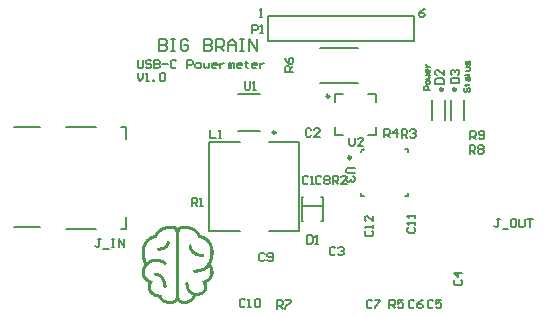
<source format=gbr>
%TF.GenerationSoftware,Altium Limited,Altium Designer,21.6.4 (81)*%
G04 Layer_Color=65535*
%FSLAX26Y26*%
%MOIN*%
%TF.SameCoordinates,57458678-C278-4CFF-9AA2-19D65F52AC30*%
%TF.FilePolarity,Positive*%
%TF.FileFunction,Legend,Top*%
%TF.Part,Single*%
G01*
G75*
%TA.AperFunction,NonConductor*%
%ADD43C,0.006693*%
%ADD44C,0.005906*%
%ADD45C,0.009842*%
%ADD46C,0.007874*%
G36*
X395320Y-157757D02*
X398790D01*
Y-158024D01*
X401193D01*
Y-158291D01*
X403061D01*
Y-158558D01*
X404663D01*
Y-158824D01*
X405998D01*
Y-159091D01*
X407332D01*
Y-159358D01*
X408400D01*
Y-159625D01*
X409468D01*
Y-159892D01*
X410535D01*
Y-160159D01*
X411603D01*
Y-160426D01*
X412404D01*
Y-160693D01*
X413471D01*
Y-160960D01*
X414272D01*
Y-161227D01*
X415073D01*
Y-161494D01*
X415874D01*
Y-161761D01*
X416408D01*
Y-162028D01*
X417209D01*
Y-162294D01*
X418009D01*
Y-162561D01*
X418543D01*
Y-162828D01*
X419344D01*
Y-163095D01*
X419878D01*
Y-163362D01*
X420412D01*
Y-163629D01*
X420945D01*
Y-163896D01*
X421746D01*
Y-164163D01*
X422280D01*
Y-164430D01*
X422814D01*
Y-164697D01*
X423348D01*
Y-164964D01*
X423882D01*
Y-165231D01*
X424149D01*
Y-165498D01*
X424683D01*
Y-165765D01*
X425216D01*
Y-166031D01*
X425750D01*
Y-166298D01*
X426284D01*
Y-166565D01*
X426551D01*
Y-166832D01*
X427085D01*
Y-167099D01*
X427619D01*
Y-167366D01*
X427886D01*
Y-167633D01*
X428420D01*
Y-167900D01*
X428686D01*
Y-168167D01*
X429220D01*
Y-168434D01*
X429487D01*
Y-168701D01*
X430021D01*
Y-168968D01*
X430288D01*
Y-169235D01*
X430822D01*
Y-169502D01*
X431089D01*
Y-169768D01*
X431356D01*
Y-170035D01*
X431890D01*
Y-170302D01*
X432156D01*
Y-170569D01*
X432423D01*
Y-170836D01*
X432957D01*
Y-171103D01*
X433224D01*
Y-171370D01*
X433491D01*
Y-171637D01*
X433758D01*
Y-171904D01*
X434292D01*
Y-172171D01*
X434559D01*
Y-172438D01*
X434826D01*
Y-172705D01*
X435093D01*
Y-172972D01*
X435360D01*
Y-173239D01*
X435627D01*
Y-173506D01*
X435894D01*
Y-173772D01*
X436427D01*
Y-174039D01*
X436694D01*
Y-174306D01*
X436961D01*
Y-174573D01*
X437228D01*
Y-174840D01*
X437495D01*
Y-175107D01*
X437762D01*
Y-175374D01*
X438029D01*
Y-175641D01*
X438296D01*
Y-175908D01*
X438563D01*
Y-176175D01*
X438830D01*
Y-176442D01*
X439097D01*
Y-176976D01*
X439364D01*
Y-177243D01*
X439630D01*
Y-177509D01*
X439897D01*
Y-177776D01*
X440164D01*
Y-178043D01*
X440431D01*
Y-178310D01*
X440698D01*
Y-178844D01*
X440965D01*
Y-179111D01*
X441232D01*
Y-179378D01*
X441499D01*
Y-179912D01*
X441766D01*
Y-180179D01*
X442033D01*
Y-180446D01*
X442300D01*
Y-180980D01*
X442567D01*
Y-181246D01*
X442834D01*
Y-181513D01*
X443101D01*
Y-182047D01*
X443368D01*
Y-182314D01*
X443634D01*
Y-182848D01*
X443901D01*
Y-183115D01*
X444168D01*
Y-183649D01*
X444435D01*
Y-183916D01*
X444702D01*
Y-184450D01*
X444969D01*
Y-184716D01*
X445236D01*
Y-185250D01*
X445503D01*
Y-185784D01*
X445770D01*
Y-186051D01*
X446037D01*
Y-186585D01*
X446304D01*
Y-187119D01*
X446571D01*
Y-187653D01*
X446838D01*
Y-188187D01*
X447104D01*
Y-188720D01*
X447371D01*
Y-188987D01*
X447638D01*
Y-189254D01*
X448172D01*
Y-189521D01*
X448706D01*
Y-189788D01*
X449507D01*
Y-190055D01*
X450575D01*
Y-190322D01*
X451375D01*
Y-190589D01*
X452176D01*
Y-190856D01*
X453244D01*
Y-191123D01*
X454045D01*
Y-191390D01*
X454845D01*
Y-191657D01*
X455379D01*
Y-191924D01*
X456180D01*
Y-192190D01*
X456714D01*
Y-192457D01*
X457515D01*
Y-192724D01*
X458048D01*
Y-192991D01*
X458582D01*
Y-193258D01*
X459383D01*
Y-193525D01*
X459917D01*
Y-193792D01*
X460451D01*
Y-194059D01*
X460985D01*
Y-194326D01*
X461252D01*
Y-194593D01*
X461786D01*
Y-194860D01*
X462319D01*
Y-195127D01*
X462853D01*
Y-195394D01*
X463387D01*
Y-195661D01*
X463654D01*
Y-195928D01*
X464188D01*
Y-196194D01*
X464455D01*
Y-196461D01*
X464989D01*
Y-196728D01*
X465523D01*
Y-196995D01*
X465789D01*
Y-197262D01*
X466323D01*
Y-197529D01*
X466590D01*
Y-197796D01*
X466857D01*
Y-198063D01*
X467391D01*
Y-198330D01*
X467658D01*
Y-198597D01*
X467925D01*
Y-198864D01*
X468459D01*
Y-199131D01*
X468726D01*
Y-199398D01*
X468993D01*
Y-199665D01*
X469526D01*
Y-199931D01*
X469793D01*
Y-200198D01*
X470060D01*
Y-200465D01*
X470327D01*
Y-200732D01*
X470594D01*
Y-200999D01*
X471128D01*
Y-201266D01*
X471395D01*
Y-201533D01*
X471662D01*
Y-201800D01*
X471929D01*
Y-202067D01*
X472196D01*
Y-202334D01*
X472463D01*
Y-202601D01*
X472730D01*
Y-202868D01*
X472997D01*
Y-203135D01*
X473264D01*
Y-203401D01*
X473530D01*
Y-203668D01*
X473797D01*
Y-203935D01*
X474064D01*
Y-204202D01*
X474331D01*
Y-204469D01*
X474598D01*
Y-204736D01*
X474865D01*
Y-205003D01*
X475132D01*
Y-205270D01*
X475399D01*
Y-205537D01*
X475666D01*
Y-205804D01*
X475933D01*
Y-206071D01*
X476200D01*
Y-206605D01*
X476467D01*
Y-206872D01*
X476733D01*
Y-207138D01*
X477000D01*
Y-207405D01*
X477267D01*
Y-207672D01*
X477534D01*
Y-208206D01*
X477801D01*
Y-208473D01*
X478068D01*
Y-208740D01*
X478335D01*
Y-209007D01*
X478602D01*
Y-209541D01*
X478869D01*
Y-209808D01*
X479136D01*
Y-210075D01*
X479403D01*
Y-210609D01*
X479670D01*
Y-210875D01*
X479937D01*
Y-211409D01*
X480204D01*
Y-211676D01*
X480471D01*
Y-212210D01*
X480738D01*
Y-212477D01*
X481004D01*
Y-213011D01*
X481271D01*
Y-213278D01*
X481538D01*
Y-213812D01*
X481805D01*
Y-214345D01*
X482072D01*
Y-214613D01*
X482339D01*
Y-215146D01*
X482606D01*
Y-215680D01*
X482873D01*
Y-216214D01*
X483140D01*
Y-216748D01*
X483407D01*
Y-217282D01*
X483674D01*
Y-217816D01*
X483941D01*
Y-218350D01*
X484208D01*
Y-218883D01*
X484474D01*
Y-219417D01*
X484741D01*
Y-219951D01*
X485008D01*
Y-220485D01*
X485275D01*
Y-221286D01*
X485542D01*
Y-221820D01*
X485809D01*
Y-222620D01*
X486076D01*
Y-223154D01*
X486343D01*
Y-223955D01*
X486610D01*
Y-224756D01*
X486877D01*
Y-225556D01*
X487144D01*
Y-226357D01*
X487411D01*
Y-227158D01*
X487678D01*
Y-227959D01*
X487945D01*
Y-229027D01*
X488212D01*
Y-229827D01*
X488478D01*
Y-230895D01*
X488745D01*
Y-231963D01*
X489012D01*
Y-233298D01*
X489279D01*
Y-234632D01*
X489546D01*
Y-236234D01*
X489813D01*
Y-238102D01*
X490080D01*
Y-242106D01*
X490347D01*
Y-249847D01*
X490080D01*
Y-254652D01*
X489813D01*
Y-257855D01*
X489546D01*
Y-259990D01*
X489279D01*
Y-261859D01*
X489012D01*
Y-263193D01*
X488745D01*
Y-264528D01*
X488478D01*
Y-265596D01*
X488212D01*
Y-266930D01*
X487945D01*
Y-267998D01*
X487678D01*
Y-268799D01*
X487411D01*
Y-269867D01*
X487144D01*
Y-270934D01*
X486877D01*
Y-271735D01*
X486610D01*
Y-272803D01*
X486343D01*
Y-273604D01*
X486076D01*
Y-274404D01*
X485809D01*
Y-275205D01*
X485542D01*
Y-276006D01*
X485275D01*
Y-277074D01*
X485008D01*
Y-277608D01*
X484741D01*
Y-278408D01*
X484474D01*
Y-279209D01*
X484208D01*
Y-280010D01*
X483941D01*
Y-280811D01*
X483674D01*
Y-281345D01*
X483407D01*
Y-282145D01*
X483140D01*
Y-282679D01*
X482873D01*
Y-283480D01*
X482606D01*
Y-284014D01*
X482339D01*
Y-284548D01*
X482072D01*
Y-285349D01*
X481805D01*
Y-285882D01*
X481538D01*
Y-286416D01*
X481271D01*
Y-287484D01*
X481538D01*
Y-288018D01*
X481805D01*
Y-288285D01*
X482072D01*
Y-288819D01*
X482339D01*
Y-289086D01*
X482606D01*
Y-289352D01*
X482873D01*
Y-289886D01*
X483140D01*
Y-290153D01*
X483407D01*
Y-290687D01*
X483674D01*
Y-290954D01*
X483941D01*
Y-291488D01*
X484208D01*
Y-292022D01*
X484474D01*
Y-292289D01*
X484741D01*
Y-292822D01*
X485008D01*
Y-293356D01*
X485275D01*
Y-293890D01*
X485542D01*
Y-294424D01*
X485809D01*
Y-294958D01*
X486076D01*
Y-295492D01*
X486343D01*
Y-296026D01*
X486610D01*
Y-296560D01*
X486877D01*
Y-297093D01*
X487144D01*
Y-297894D01*
X487411D01*
Y-298428D01*
X487678D01*
Y-299229D01*
X487945D01*
Y-300030D01*
X488212D01*
Y-300830D01*
X488478D01*
Y-301631D01*
X488745D01*
Y-302699D01*
X489012D01*
Y-303767D01*
X489279D01*
Y-305101D01*
X489546D01*
Y-306436D01*
X489813D01*
Y-308304D01*
X490080D01*
Y-311241D01*
X490347D01*
Y-315511D01*
X490080D01*
Y-318448D01*
X489813D01*
Y-320049D01*
X489546D01*
Y-321651D01*
X489279D01*
Y-322719D01*
X489012D01*
Y-323786D01*
X488745D01*
Y-324587D01*
X488478D01*
Y-325388D01*
X488212D01*
Y-326189D01*
X487945D01*
Y-326989D01*
X487678D01*
Y-327523D01*
X487411D01*
Y-328324D01*
X487144D01*
Y-328858D01*
X486877D01*
Y-329392D01*
X486610D01*
Y-329926D01*
X486343D01*
Y-330459D01*
X486076D01*
Y-330993D01*
X485809D01*
Y-331527D01*
X485542D01*
Y-331794D01*
X485275D01*
Y-332328D01*
X485008D01*
Y-332862D01*
X484741D01*
Y-333129D01*
X484474D01*
Y-333663D01*
X484208D01*
Y-333930D01*
X483941D01*
Y-334463D01*
X483674D01*
Y-334730D01*
X483407D01*
Y-334997D01*
X483140D01*
Y-335531D01*
X482873D01*
Y-335798D01*
X482606D01*
Y-336065D01*
X482339D01*
Y-336599D01*
X482072D01*
Y-336866D01*
X481805D01*
Y-337133D01*
X481538D01*
Y-337400D01*
X481271D01*
Y-337666D01*
X481004D01*
Y-338200D01*
X480738D01*
Y-338467D01*
X480471D01*
Y-338734D01*
X480204D01*
Y-339001D01*
X479937D01*
Y-339268D01*
X479670D01*
Y-339535D01*
X479403D01*
Y-339802D01*
X479136D01*
Y-340069D01*
X478869D01*
Y-340336D01*
X478602D01*
Y-340603D01*
X478335D01*
Y-340870D01*
X478068D01*
Y-341137D01*
X477801D01*
Y-341404D01*
X477267D01*
Y-341670D01*
X477000D01*
Y-341937D01*
X476733D01*
Y-342204D01*
X476467D01*
Y-342471D01*
X476200D01*
Y-342738D01*
X475666D01*
Y-343005D01*
X475399D01*
Y-343272D01*
X475132D01*
Y-343539D01*
X474598D01*
Y-343806D01*
X474331D01*
Y-344073D01*
X474064D01*
Y-344340D01*
X473530D01*
Y-344607D01*
X473264D01*
Y-344874D01*
X472730D01*
Y-345140D01*
X472463D01*
Y-345407D01*
X471929D01*
Y-345674D01*
X471395D01*
Y-345941D01*
X471128D01*
Y-346208D01*
X470594D01*
Y-346475D01*
X470060D01*
Y-346742D01*
X469526D01*
Y-347009D01*
X469260D01*
Y-347276D01*
X468726D01*
Y-347543D01*
X468192D01*
Y-347810D01*
X467925D01*
Y-348077D01*
X467391D01*
Y-348344D01*
X467124D01*
Y-348611D01*
X466857D01*
Y-348877D01*
X466590D01*
Y-349945D01*
X466857D01*
Y-350746D01*
X467124D01*
Y-351547D01*
X467391D01*
Y-352348D01*
X467658D01*
Y-353415D01*
X467925D01*
Y-354483D01*
X468192D01*
Y-355551D01*
X468459D01*
Y-357152D01*
X468726D01*
Y-358754D01*
X468993D01*
Y-360889D01*
X469260D01*
Y-368630D01*
X468993D01*
Y-370232D01*
X468726D01*
Y-371300D01*
X468459D01*
Y-372100D01*
X468192D01*
Y-372901D01*
X467925D01*
Y-373435D01*
X467658D01*
Y-374236D01*
X467391D01*
Y-374769D01*
X467124D01*
Y-375303D01*
X466857D01*
Y-375837D01*
X466590D01*
Y-376371D01*
X466323D01*
Y-376638D01*
X466056D01*
Y-377172D01*
X465789D01*
Y-377439D01*
X465523D01*
Y-377973D01*
X465256D01*
Y-378240D01*
X464989D01*
Y-378774D01*
X464722D01*
Y-379040D01*
X464455D01*
Y-379307D01*
X464188D01*
Y-379841D01*
X463921D01*
Y-380108D01*
X463654D01*
Y-380375D01*
X463387D01*
Y-380642D01*
X463120D01*
Y-380909D01*
X462853D01*
Y-381176D01*
X462586D01*
Y-381443D01*
X462319D01*
Y-381710D01*
X462053D01*
Y-381977D01*
X461786D01*
Y-382244D01*
X461519D01*
Y-382510D01*
X461252D01*
Y-382777D01*
X460985D01*
Y-383044D01*
X460718D01*
Y-383311D01*
X460451D01*
Y-383578D01*
X459917D01*
Y-383845D01*
X459650D01*
Y-384112D01*
X459383D01*
Y-384379D01*
X458849D01*
Y-384646D01*
X458582D01*
Y-384913D01*
X458315D01*
Y-385180D01*
X457782D01*
Y-385447D01*
X457515D01*
Y-385714D01*
X456981D01*
Y-385981D01*
X456714D01*
Y-386248D01*
X456180D01*
Y-386514D01*
X455646D01*
Y-386781D01*
X455379D01*
Y-387048D01*
X454845D01*
Y-387315D01*
X454312D01*
Y-387582D01*
X453778D01*
Y-387849D01*
X453244D01*
Y-388116D01*
X452710D01*
Y-388383D01*
X452176D01*
Y-388650D01*
X451375D01*
Y-388917D01*
X450841D01*
Y-389184D01*
X450041D01*
Y-389451D01*
X449507D01*
Y-389718D01*
X448706D01*
Y-389985D01*
X447905D01*
Y-390251D01*
X447104D01*
Y-390518D01*
X446037D01*
Y-390785D01*
X444969D01*
Y-391052D01*
X443901D01*
Y-391319D01*
X442834D01*
Y-391586D01*
X441232D01*
Y-391853D01*
X439630D01*
Y-392120D01*
X437495D01*
Y-392387D01*
X435093D01*
Y-392654D01*
X433491D01*
Y-392921D01*
X432423D01*
Y-393188D01*
X431890D01*
Y-393454D01*
X431623D01*
Y-393721D01*
X431356D01*
Y-393988D01*
X431089D01*
Y-394522D01*
X430822D01*
Y-395056D01*
X430555D01*
Y-395590D01*
X430288D01*
Y-396124D01*
X430021D01*
Y-396658D01*
X429754D01*
Y-397192D01*
X429487D01*
Y-397725D01*
X429220D01*
Y-398259D01*
X428953D01*
Y-398793D01*
X428686D01*
Y-399060D01*
X428420D01*
Y-399594D01*
X428153D01*
Y-400128D01*
X427886D01*
Y-400395D01*
X427619D01*
Y-400929D01*
X427352D01*
Y-401195D01*
X427085D01*
Y-401462D01*
X426818D01*
Y-401996D01*
X426551D01*
Y-402263D01*
X426284D01*
Y-402530D01*
X426017D01*
Y-403064D01*
X425750D01*
Y-403331D01*
X425483D01*
Y-403598D01*
X425216D01*
Y-403865D01*
X424949D01*
Y-404399D01*
X424683D01*
Y-404666D01*
X424416D01*
Y-404933D01*
X424149D01*
Y-405199D01*
X423882D01*
Y-405466D01*
X423615D01*
Y-405733D01*
X423348D01*
Y-406000D01*
X423081D01*
Y-406267D01*
X422814D01*
Y-406534D01*
X422547D01*
Y-406801D01*
X422280D01*
Y-407068D01*
X422013D01*
Y-407335D01*
X421746D01*
Y-407602D01*
X421479D01*
Y-407869D01*
X420945D01*
Y-408136D01*
X420679D01*
Y-408402D01*
X420412D01*
Y-408670D01*
X420145D01*
Y-408936D01*
X419878D01*
Y-409203D01*
X419344D01*
Y-409470D01*
X419077D01*
Y-409737D01*
X418810D01*
Y-410004D01*
X418276D01*
Y-410271D01*
X418009D01*
Y-410538D01*
X417475D01*
Y-410805D01*
X417209D01*
Y-411072D01*
X416675D01*
Y-411339D01*
X416408D01*
Y-411606D01*
X415874D01*
Y-411873D01*
X415607D01*
Y-412139D01*
X415073D01*
Y-412406D01*
X414539D01*
Y-412673D01*
X414272D01*
Y-412940D01*
X413738D01*
Y-413207D01*
X413205D01*
Y-413474D01*
X412671D01*
Y-413741D01*
X412137D01*
Y-414008D01*
X411603D01*
Y-414275D01*
X411069D01*
Y-414542D01*
X410535D01*
Y-414809D01*
X409735D01*
Y-415076D01*
X409201D01*
Y-415343D01*
X408400D01*
Y-415610D01*
X407866D01*
Y-415877D01*
X407065D01*
Y-416144D01*
X406264D01*
Y-416410D01*
X405464D01*
Y-416677D01*
X404663D01*
Y-416944D01*
X403862D01*
Y-417211D01*
X402794D01*
Y-417478D01*
X401727D01*
Y-417745D01*
X400659D01*
Y-418012D01*
X399324D01*
Y-418279D01*
X397990D01*
Y-418546D01*
X396121D01*
Y-418813D01*
X392918D01*
Y-419080D01*
X389982D01*
Y-418813D01*
X387312D01*
Y-418546D01*
X385711D01*
Y-418279D01*
X384643D01*
Y-418012D01*
X383575D01*
Y-417745D01*
X382775D01*
Y-417478D01*
X381974D01*
Y-417211D01*
X381173D01*
Y-416944D01*
X380639D01*
Y-416677D01*
X380105D01*
Y-416410D01*
X379572D01*
Y-416144D01*
X379038D01*
Y-415877D01*
X378504D01*
Y-415610D01*
X377970D01*
Y-415343D01*
X377436D01*
Y-415076D01*
X377169D01*
Y-414809D01*
X376635D01*
Y-414542D01*
X376368D01*
Y-414275D01*
X375835D01*
Y-414008D01*
X375568D01*
Y-413741D01*
X375034D01*
Y-413474D01*
X374767D01*
Y-413207D01*
X374500D01*
Y-412940D01*
X374233D01*
Y-412673D01*
X373699D01*
Y-412406D01*
X373432D01*
Y-412139D01*
X373165D01*
Y-411873D01*
X372898D01*
Y-411606D01*
X372632D01*
Y-411339D01*
X372365D01*
Y-411072D01*
X372098D01*
Y-410805D01*
X371831D01*
Y-410538D01*
X371564D01*
Y-410271D01*
X371030D01*
Y-410004D01*
X370763D01*
Y-409737D01*
X370496D01*
Y-409470D01*
X369962D01*
Y-409737D01*
X369695D01*
Y-410004D01*
X369161D01*
Y-410271D01*
X368894D01*
Y-410538D01*
X368627D01*
Y-410805D01*
X368361D01*
Y-411072D01*
X368094D01*
Y-411339D01*
X367827D01*
Y-411606D01*
X367560D01*
Y-411873D01*
X367293D01*
Y-412139D01*
X367026D01*
Y-412406D01*
X366759D01*
Y-412673D01*
X366225D01*
Y-412940D01*
X365958D01*
Y-413207D01*
X365691D01*
Y-413474D01*
X365424D01*
Y-413741D01*
X364890D01*
Y-414008D01*
X364624D01*
Y-414275D01*
X364357D01*
Y-414542D01*
X363823D01*
Y-414809D01*
X363289D01*
Y-415076D01*
X363022D01*
Y-415343D01*
X362488D01*
Y-415610D01*
X361954D01*
Y-415877D01*
X361421D01*
Y-416144D01*
X360887D01*
Y-416410D01*
X360353D01*
Y-416677D01*
X359819D01*
Y-416944D01*
X359285D01*
Y-417211D01*
X358484D01*
Y-417478D01*
X357683D01*
Y-417745D01*
X356616D01*
Y-418012D01*
X355815D01*
Y-418279D01*
X354480D01*
Y-418546D01*
X352879D01*
Y-418813D01*
X350476D01*
Y-419080D01*
X343002D01*
Y-418813D01*
X339799D01*
Y-418546D01*
X337664D01*
Y-418279D01*
X335795D01*
Y-418012D01*
X334461D01*
Y-417745D01*
X333126D01*
Y-417478D01*
X332058D01*
Y-417211D01*
X330991D01*
Y-416944D01*
X329923D01*
Y-416677D01*
X329122D01*
Y-416410D01*
X328054D01*
Y-416144D01*
X327254D01*
Y-415877D01*
X326720D01*
Y-415610D01*
X325919D01*
Y-415343D01*
X325118D01*
Y-415076D01*
X324584D01*
Y-414809D01*
X324050D01*
Y-414542D01*
X323517D01*
Y-414275D01*
X322983D01*
Y-414008D01*
X322449D01*
Y-413741D01*
X321915D01*
Y-413474D01*
X321381D01*
Y-413207D01*
X321114D01*
Y-412940D01*
X320580D01*
Y-412673D01*
X320313D01*
Y-412406D01*
X320047D01*
Y-412139D01*
X319513D01*
Y-411873D01*
X319246D01*
Y-411606D01*
X318979D01*
Y-411339D01*
X318712D01*
Y-411072D01*
X318178D01*
Y-410805D01*
X317911D01*
Y-410538D01*
X317644D01*
Y-410271D01*
X317377D01*
Y-410004D01*
X317110D01*
Y-409737D01*
X316843D01*
Y-409470D01*
X316577D01*
Y-409203D01*
X316310D01*
Y-408936D01*
X316043D01*
Y-408670D01*
X315776D01*
Y-408402D01*
X315509D01*
Y-408136D01*
X315242D01*
Y-407869D01*
X314975D01*
Y-407602D01*
X314708D01*
Y-407335D01*
X314441D01*
Y-407068D01*
X314174D01*
Y-406801D01*
X313907D01*
Y-406534D01*
X313640D01*
Y-406000D01*
X313373D01*
Y-405733D01*
X313106D01*
Y-405466D01*
X312839D01*
Y-405199D01*
X312573D01*
Y-404666D01*
X312306D01*
Y-404399D01*
X312039D01*
Y-404132D01*
X311772D01*
Y-403598D01*
X311505D01*
Y-403331D01*
X311238D01*
Y-402797D01*
X310971D01*
Y-402263D01*
X310704D01*
Y-401996D01*
X310437D01*
Y-401462D01*
X310170D01*
Y-400929D01*
X309903D01*
Y-400395D01*
X309636D01*
Y-399861D01*
X309369D01*
Y-399327D01*
X309103D01*
Y-398793D01*
X308836D01*
Y-398259D01*
X308302D01*
Y-397992D01*
X306967D01*
Y-397725D01*
X305632D01*
Y-397459D01*
X304298D01*
Y-397192D01*
X302963D01*
Y-396925D01*
X301895D01*
Y-396658D01*
X300828D01*
Y-396391D01*
X299760D01*
Y-396124D01*
X298959D01*
Y-395857D01*
X298158D01*
Y-395590D01*
X297358D01*
Y-395323D01*
X296557D01*
Y-395056D01*
X295756D01*
Y-394789D01*
X295222D01*
Y-394522D01*
X294421D01*
Y-394255D01*
X293888D01*
Y-393988D01*
X293354D01*
Y-393721D01*
X292820D01*
Y-393454D01*
X292286D01*
Y-393188D01*
X291752D01*
Y-392921D01*
X291218D01*
Y-392654D01*
X290684D01*
Y-392387D01*
X290151D01*
Y-392120D01*
X289617D01*
Y-391853D01*
X289083D01*
Y-391586D01*
X288549D01*
Y-391319D01*
X288282D01*
Y-391052D01*
X287748D01*
Y-390785D01*
X287481D01*
Y-390518D01*
X286947D01*
Y-390251D01*
X286680D01*
Y-389985D01*
X286147D01*
Y-389718D01*
X285880D01*
Y-389451D01*
X285346D01*
Y-389184D01*
X285079D01*
Y-388917D01*
X284812D01*
Y-388650D01*
X284278D01*
Y-388383D01*
X284011D01*
Y-388116D01*
X283744D01*
Y-387849D01*
X283210D01*
Y-387582D01*
X282943D01*
Y-387315D01*
X282677D01*
Y-387048D01*
X282410D01*
Y-386781D01*
X282143D01*
Y-386514D01*
X281876D01*
Y-386248D01*
X281342D01*
Y-385981D01*
X281075D01*
Y-385714D01*
X280808D01*
Y-385447D01*
X280541D01*
Y-385180D01*
X280274D01*
Y-384913D01*
X280007D01*
Y-384646D01*
X279740D01*
Y-384379D01*
X279473D01*
Y-383845D01*
X279207D01*
Y-383578D01*
X278940D01*
Y-383311D01*
X278673D01*
Y-383044D01*
X278406D01*
Y-382777D01*
X278139D01*
Y-382510D01*
X277872D01*
Y-382244D01*
X277605D01*
Y-381710D01*
X277338D01*
Y-381443D01*
X277071D01*
Y-381176D01*
X276804D01*
Y-380642D01*
X276537D01*
Y-380375D01*
X276270D01*
Y-379841D01*
X276003D01*
Y-379574D01*
X275736D01*
Y-379040D01*
X275469D01*
Y-378774D01*
X275203D01*
Y-378240D01*
X274936D01*
Y-377706D01*
X274669D01*
Y-377439D01*
X274402D01*
Y-376905D01*
X274135D01*
Y-376371D01*
X273868D01*
Y-375837D01*
X273601D01*
Y-375303D01*
X273334D01*
Y-374503D01*
X273067D01*
Y-373969D01*
X272800D01*
Y-373168D01*
X272533D01*
Y-372367D01*
X272266D01*
Y-371300D01*
X271999D01*
Y-370232D01*
X271733D01*
Y-368897D01*
X271466D01*
Y-366762D01*
X271199D01*
Y-359021D01*
X271466D01*
Y-357152D01*
X271733D01*
Y-355551D01*
X271999D01*
Y-354483D01*
X272266D01*
Y-353415D01*
X272533D01*
Y-352615D01*
X272800D01*
Y-351547D01*
X273067D01*
Y-350479D01*
X273334D01*
Y-349411D01*
X273601D01*
Y-348877D01*
X273334D01*
Y-348344D01*
X273067D01*
Y-348077D01*
X272800D01*
Y-347810D01*
X272266D01*
Y-347543D01*
X271733D01*
Y-347276D01*
X271466D01*
Y-347009D01*
X270932D01*
Y-346742D01*
X270398D01*
Y-346475D01*
X269864D01*
Y-346208D01*
X269330D01*
Y-345941D01*
X269063D01*
Y-345674D01*
X268529D01*
Y-345407D01*
X267995D01*
Y-345140D01*
X267729D01*
Y-344874D01*
X267195D01*
Y-344607D01*
X266928D01*
Y-344340D01*
X266661D01*
Y-344073D01*
X266127D01*
Y-343806D01*
X265860D01*
Y-343539D01*
X265593D01*
Y-343272D01*
X265059D01*
Y-343005D01*
X264792D01*
Y-342738D01*
X264525D01*
Y-342471D01*
X264259D01*
Y-342204D01*
X263992D01*
Y-341937D01*
X263458D01*
Y-341670D01*
X263191D01*
Y-341404D01*
X262924D01*
Y-341137D01*
X262657D01*
Y-340870D01*
X262390D01*
Y-340603D01*
X262123D01*
Y-340336D01*
X261856D01*
Y-340069D01*
X261589D01*
Y-339802D01*
X261322D01*
Y-339535D01*
X261055D01*
Y-339268D01*
X260788D01*
Y-339001D01*
X260522D01*
Y-338734D01*
X260255D01*
Y-338467D01*
X259988D01*
Y-337933D01*
X259721D01*
Y-337666D01*
X259454D01*
Y-337400D01*
X259187D01*
Y-337133D01*
X258920D01*
Y-336866D01*
X258653D01*
Y-336599D01*
X258386D01*
Y-336065D01*
X258119D01*
Y-335798D01*
X257852D01*
Y-335531D01*
X257585D01*
Y-334997D01*
X257318D01*
Y-334730D01*
X257051D01*
Y-334463D01*
X256784D01*
Y-333930D01*
X256518D01*
Y-333663D01*
X256251D01*
Y-333129D01*
X255984D01*
Y-332862D01*
X255717D01*
Y-332328D01*
X255450D01*
Y-331794D01*
X255183D01*
Y-331527D01*
X254916D01*
Y-330993D01*
X254649D01*
Y-330459D01*
X254382D01*
Y-329926D01*
X254115D01*
Y-329392D01*
X253848D01*
Y-328858D01*
X253581D01*
Y-328057D01*
X253314D01*
Y-327523D01*
X253048D01*
Y-326989D01*
X252781D01*
Y-326189D01*
X252514D01*
Y-325388D01*
X252247D01*
Y-324587D01*
X251980D01*
Y-323519D01*
X251713D01*
Y-322452D01*
X251446D01*
Y-320850D01*
X251179D01*
Y-317914D01*
X250912D01*
Y-308037D01*
X251179D01*
Y-305101D01*
X251446D01*
Y-303767D01*
X251713D01*
Y-302966D01*
X251980D01*
Y-301898D01*
X252247D01*
Y-301097D01*
X252514D01*
Y-300296D01*
X252781D01*
Y-299496D01*
X253048D01*
Y-298962D01*
X253314D01*
Y-298161D01*
X253581D01*
Y-297627D01*
X253848D01*
Y-296826D01*
X254115D01*
Y-296293D01*
X254382D01*
Y-295759D01*
X254649D01*
Y-295225D01*
X254916D01*
Y-294691D01*
X255183D01*
Y-294157D01*
X255450D01*
Y-293623D01*
X255717D01*
Y-293089D01*
X255984D01*
Y-292556D01*
X256251D01*
Y-292022D01*
X256518D01*
Y-291488D01*
X256784D01*
Y-291221D01*
X257051D01*
Y-290687D01*
X257318D01*
Y-290153D01*
X257585D01*
Y-289886D01*
X257852D01*
Y-289352D01*
X258119D01*
Y-288819D01*
X258386D01*
Y-288552D01*
X258653D01*
Y-288018D01*
X258920D01*
Y-287751D01*
X259187D01*
Y-286416D01*
X258920D01*
Y-285882D01*
X258653D01*
Y-285349D01*
X258386D01*
Y-284815D01*
X258119D01*
Y-284014D01*
X257852D01*
Y-283480D01*
X257585D01*
Y-282679D01*
X257318D01*
Y-282145D01*
X257051D01*
Y-281345D01*
X256784D01*
Y-280811D01*
X256518D01*
Y-280010D01*
X256251D01*
Y-279209D01*
X255984D01*
Y-278675D01*
X255717D01*
Y-277875D01*
X255450D01*
Y-277074D01*
X255183D01*
Y-276273D01*
X254916D01*
Y-275472D01*
X254649D01*
Y-274404D01*
X254382D01*
Y-273604D01*
X254115D01*
Y-272803D01*
X253848D01*
Y-271735D01*
X253581D01*
Y-270934D01*
X253314D01*
Y-269867D01*
X253048D01*
Y-269066D01*
X252781D01*
Y-267998D01*
X252514D01*
Y-266930D01*
X252247D01*
Y-265863D01*
X251980D01*
Y-264528D01*
X251713D01*
Y-263193D01*
X251446D01*
Y-261859D01*
X251179D01*
Y-259990D01*
X250912D01*
Y-257855D01*
X250645D01*
Y-254919D01*
X250378D01*
Y-250114D01*
X250111D01*
Y-242106D01*
X250378D01*
Y-238102D01*
X250645D01*
Y-236234D01*
X250912D01*
Y-234632D01*
X251179D01*
Y-233298D01*
X251446D01*
Y-231963D01*
X251713D01*
Y-230895D01*
X251980D01*
Y-229827D01*
X252247D01*
Y-228760D01*
X252514D01*
Y-227959D01*
X252781D01*
Y-226891D01*
X253048D01*
Y-226090D01*
X253314D01*
Y-225290D01*
X253581D01*
Y-224489D01*
X253848D01*
Y-223955D01*
X254115D01*
Y-223154D01*
X254382D01*
Y-222620D01*
X254649D01*
Y-221820D01*
X254916D01*
Y-221286D01*
X255183D01*
Y-220485D01*
X255450D01*
Y-219951D01*
X255717D01*
Y-219417D01*
X255984D01*
Y-218883D01*
X256251D01*
Y-218350D01*
X256518D01*
Y-217816D01*
X256784D01*
Y-217282D01*
X257051D01*
Y-216748D01*
X257318D01*
Y-216214D01*
X257585D01*
Y-215680D01*
X257852D01*
Y-215146D01*
X258119D01*
Y-214879D01*
X258386D01*
Y-214345D01*
X258653D01*
Y-213812D01*
X258920D01*
Y-213545D01*
X259187D01*
Y-213011D01*
X259454D01*
Y-212744D01*
X259721D01*
Y-212210D01*
X259988D01*
Y-211943D01*
X260255D01*
Y-211409D01*
X260522D01*
Y-211142D01*
X260788D01*
Y-210609D01*
X261055D01*
Y-210342D01*
X261322D01*
Y-209808D01*
X261589D01*
Y-209541D01*
X261856D01*
Y-209274D01*
X262123D01*
Y-208740D01*
X262390D01*
Y-208473D01*
X262657D01*
Y-208206D01*
X262924D01*
Y-207672D01*
X263191D01*
Y-207405D01*
X263458D01*
Y-207138D01*
X263725D01*
Y-206872D01*
X263992D01*
Y-206605D01*
X264259D01*
Y-206071D01*
X264525D01*
Y-205804D01*
X264792D01*
Y-205537D01*
X265059D01*
Y-205270D01*
X265326D01*
Y-205003D01*
X265593D01*
Y-204736D01*
X265860D01*
Y-204469D01*
X266127D01*
Y-204202D01*
X266394D01*
Y-203935D01*
X266661D01*
Y-203668D01*
X266928D01*
Y-203401D01*
X267195D01*
Y-203135D01*
X267462D01*
Y-202868D01*
X267729D01*
Y-202601D01*
X267995D01*
Y-202334D01*
X268262D01*
Y-202067D01*
X268529D01*
Y-201800D01*
X268796D01*
Y-201533D01*
X269063D01*
Y-201266D01*
X269330D01*
Y-200999D01*
X269597D01*
Y-200732D01*
X270131D01*
Y-200465D01*
X270398D01*
Y-200198D01*
X270665D01*
Y-199931D01*
X270932D01*
Y-199665D01*
X271199D01*
Y-199398D01*
X271733D01*
Y-199131D01*
X271999D01*
Y-198864D01*
X272266D01*
Y-198597D01*
X272800D01*
Y-198330D01*
X273067D01*
Y-198063D01*
X273334D01*
Y-197796D01*
X273868D01*
Y-197529D01*
X274135D01*
Y-197262D01*
X274669D01*
Y-196995D01*
X274936D01*
Y-196728D01*
X275469D01*
Y-196461D01*
X275736D01*
Y-196194D01*
X276270D01*
Y-195928D01*
X276537D01*
Y-195661D01*
X277071D01*
Y-195394D01*
X277605D01*
Y-195127D01*
X278139D01*
Y-194860D01*
X278406D01*
Y-194593D01*
X278940D01*
Y-194326D01*
X279473D01*
Y-194059D01*
X280007D01*
Y-193792D01*
X280541D01*
Y-193525D01*
X281075D01*
Y-193258D01*
X281609D01*
Y-192991D01*
X282410D01*
Y-192724D01*
X282943D01*
Y-192457D01*
X283477D01*
Y-192190D01*
X284278D01*
Y-191924D01*
X284812D01*
Y-191657D01*
X285613D01*
Y-191390D01*
X286414D01*
Y-191123D01*
X287214D01*
Y-190856D01*
X288282D01*
Y-190589D01*
X289083D01*
Y-190322D01*
X289884D01*
Y-190055D01*
X290951D01*
Y-189788D01*
X291485D01*
Y-189521D01*
X292286D01*
Y-189254D01*
X292553D01*
Y-188987D01*
X293087D01*
Y-188720D01*
X293354D01*
Y-188187D01*
X293621D01*
Y-187653D01*
X293888D01*
Y-187119D01*
X294154D01*
Y-186585D01*
X294421D01*
Y-186051D01*
X294688D01*
Y-185517D01*
X294955D01*
Y-184983D01*
X295222D01*
Y-184716D01*
X295489D01*
Y-184183D01*
X295756D01*
Y-183649D01*
X296023D01*
Y-183382D01*
X296290D01*
Y-182848D01*
X296557D01*
Y-182581D01*
X296824D01*
Y-182314D01*
X297091D01*
Y-181780D01*
X297358D01*
Y-181513D01*
X297625D01*
Y-180980D01*
X297892D01*
Y-180713D01*
X298158D01*
Y-180446D01*
X298425D01*
Y-180179D01*
X298692D01*
Y-179645D01*
X298959D01*
Y-179378D01*
X299226D01*
Y-179111D01*
X299493D01*
Y-178844D01*
X299760D01*
Y-178577D01*
X300027D01*
Y-178043D01*
X300294D01*
Y-177776D01*
X300561D01*
Y-177509D01*
X300828D01*
Y-177243D01*
X301095D01*
Y-176976D01*
X301362D01*
Y-176709D01*
X301628D01*
Y-176442D01*
X301895D01*
Y-176175D01*
X302162D01*
Y-175908D01*
X302429D01*
Y-175641D01*
X302696D01*
Y-175374D01*
X302963D01*
Y-175107D01*
X303230D01*
Y-174840D01*
X303497D01*
Y-174573D01*
X303764D01*
Y-174306D01*
X304031D01*
Y-174039D01*
X304298D01*
Y-173772D01*
X304565D01*
Y-173506D01*
X304832D01*
Y-173239D01*
X305099D01*
Y-172972D01*
X305365D01*
Y-172705D01*
X305632D01*
Y-172438D01*
X305899D01*
Y-172171D01*
X306433D01*
Y-171904D01*
X306700D01*
Y-171637D01*
X306967D01*
Y-171370D01*
X307234D01*
Y-171103D01*
X307501D01*
Y-170836D01*
X308035D01*
Y-170569D01*
X308302D01*
Y-170302D01*
X308569D01*
Y-170035D01*
X309103D01*
Y-169768D01*
X309369D01*
Y-169502D01*
X309636D01*
Y-169235D01*
X310170D01*
Y-168968D01*
X310437D01*
Y-168701D01*
X310971D01*
Y-168434D01*
X311238D01*
Y-168167D01*
X311772D01*
Y-167900D01*
X312039D01*
Y-167633D01*
X312573D01*
Y-167366D01*
X312839D01*
Y-167099D01*
X313373D01*
Y-166832D01*
X313640D01*
Y-166565D01*
X314174D01*
Y-166298D01*
X314708D01*
Y-166031D01*
X314975D01*
Y-165765D01*
X315509D01*
Y-165498D01*
X316043D01*
Y-165231D01*
X316577D01*
Y-164964D01*
X317110D01*
Y-164697D01*
X317644D01*
Y-164430D01*
X318178D01*
Y-164163D01*
X318712D01*
Y-163896D01*
X319246D01*
Y-163629D01*
X319780D01*
Y-163362D01*
X320313D01*
Y-163095D01*
X321114D01*
Y-162828D01*
X321648D01*
Y-162561D01*
X322449D01*
Y-162294D01*
X322983D01*
Y-162028D01*
X323784D01*
Y-161761D01*
X324584D01*
Y-161494D01*
X325385D01*
Y-161227D01*
X326186D01*
Y-160960D01*
X326987D01*
Y-160693D01*
X328054D01*
Y-160426D01*
X329122D01*
Y-160159D01*
X329923D01*
Y-159892D01*
X330991D01*
Y-159625D01*
X332325D01*
Y-159358D01*
X333393D01*
Y-159091D01*
X334728D01*
Y-158824D01*
X336062D01*
Y-158558D01*
X337664D01*
Y-158291D01*
X339265D01*
Y-158024D01*
X340867D01*
Y-157757D01*
X342736D01*
Y-157490D01*
X351811D01*
Y-157757D01*
X355014D01*
Y-158024D01*
X356616D01*
Y-158291D01*
X357950D01*
Y-158558D01*
X358751D01*
Y-158824D01*
X359819D01*
Y-159091D01*
X360620D01*
Y-159358D01*
X361154D01*
Y-159625D01*
X361954D01*
Y-159892D01*
X362488D01*
Y-160159D01*
X363022D01*
Y-160426D01*
X363556D01*
Y-160693D01*
X363823D01*
Y-160960D01*
X364357D01*
Y-161227D01*
X364624D01*
Y-161494D01*
X365158D01*
Y-161761D01*
X365424D01*
Y-162028D01*
X365691D01*
Y-162294D01*
X365958D01*
Y-162561D01*
X366492D01*
Y-162828D01*
X366759D01*
Y-163095D01*
X367026D01*
Y-163362D01*
X367293D01*
Y-163629D01*
X367560D01*
Y-163896D01*
X367827D01*
Y-164163D01*
X368094D01*
Y-164430D01*
X368361D01*
Y-164697D01*
X368627D01*
Y-164964D01*
X368894D01*
Y-165231D01*
X369161D01*
Y-165498D01*
X369428D01*
Y-165765D01*
X369695D01*
Y-166031D01*
X369962D01*
Y-166298D01*
X370496D01*
Y-166031D01*
X370763D01*
Y-165765D01*
X371030D01*
Y-165498D01*
X371297D01*
Y-165231D01*
X371564D01*
Y-164964D01*
X371831D01*
Y-164697D01*
X372098D01*
Y-164430D01*
X372365D01*
Y-164163D01*
X372632D01*
Y-163896D01*
X372898D01*
Y-163629D01*
X373165D01*
Y-163362D01*
X373432D01*
Y-163095D01*
X373699D01*
Y-162828D01*
X373966D01*
Y-162561D01*
X374500D01*
Y-162294D01*
X374767D01*
Y-162028D01*
X375034D01*
Y-161761D01*
X375568D01*
Y-161494D01*
X375835D01*
Y-161227D01*
X376101D01*
Y-160960D01*
X376635D01*
Y-160693D01*
X377169D01*
Y-160426D01*
X377703D01*
Y-160159D01*
X378237D01*
Y-159892D01*
X378771D01*
Y-159625D01*
X379305D01*
Y-159358D01*
X380105D01*
Y-159091D01*
X380639D01*
Y-158824D01*
X381707D01*
Y-158558D01*
X382775D01*
Y-158291D01*
X383842D01*
Y-158024D01*
X385444D01*
Y-157757D01*
X387846D01*
Y-157490D01*
X395320D01*
Y-157757D01*
D02*
G37*
%LPC*%
G36*
X349943Y-168167D02*
X344604D01*
Y-168434D01*
X340066D01*
Y-168701D01*
X337931D01*
Y-168968D01*
X336329D01*
Y-169235D01*
X335262D01*
Y-169502D01*
X333927D01*
Y-169768D01*
X333126D01*
Y-170035D01*
X332058D01*
Y-170302D01*
X330991D01*
Y-170569D01*
X330190D01*
Y-170836D01*
X329389D01*
Y-171103D01*
X328588D01*
Y-171370D01*
X328054D01*
Y-171637D01*
X327254D01*
Y-171904D01*
X326453D01*
Y-172171D01*
X325919D01*
Y-172438D01*
X325118D01*
Y-172705D01*
X324584D01*
Y-172972D01*
X324050D01*
Y-173239D01*
X323517D01*
Y-173506D01*
X322983D01*
Y-173772D01*
X322449D01*
Y-174039D01*
X321915D01*
Y-174306D01*
X321381D01*
Y-174573D01*
X320847D01*
Y-174840D01*
X320313D01*
Y-175107D01*
X319780D01*
Y-175374D01*
X319513D01*
Y-175641D01*
X318979D01*
Y-175908D01*
X318445D01*
Y-176175D01*
X318178D01*
Y-176442D01*
X317644D01*
Y-176709D01*
X317377D01*
Y-176976D01*
X316843D01*
Y-177243D01*
X316577D01*
Y-177509D01*
X316043D01*
Y-177776D01*
X315776D01*
Y-178043D01*
X315242D01*
Y-178310D01*
X314975D01*
Y-178577D01*
X314708D01*
Y-178844D01*
X314441D01*
Y-179111D01*
X313907D01*
Y-179378D01*
X313640D01*
Y-179645D01*
X313373D01*
Y-179912D01*
X313106D01*
Y-180179D01*
X312573D01*
Y-180446D01*
X312306D01*
Y-180713D01*
X312039D01*
Y-180980D01*
X311772D01*
Y-181246D01*
X311505D01*
Y-181513D01*
X311238D01*
Y-181780D01*
X310971D01*
Y-182047D01*
X310704D01*
Y-182314D01*
X310437D01*
Y-182581D01*
X310170D01*
Y-182848D01*
X309903D01*
Y-183115D01*
X309636D01*
Y-183382D01*
X309369D01*
Y-183649D01*
X309103D01*
Y-183916D01*
X308836D01*
Y-184183D01*
X308569D01*
Y-184450D01*
X308302D01*
Y-184716D01*
X308035D01*
Y-185250D01*
X307768D01*
Y-185517D01*
X307501D01*
Y-185784D01*
X307234D01*
Y-186051D01*
X306967D01*
Y-186585D01*
X306700D01*
Y-186852D01*
X306433D01*
Y-187119D01*
X306166D01*
Y-187653D01*
X305899D01*
Y-187920D01*
X305632D01*
Y-188453D01*
X305365D01*
Y-188720D01*
X305099D01*
Y-189254D01*
X304832D01*
Y-189521D01*
X304565D01*
Y-190055D01*
X304298D01*
Y-190589D01*
X304031D01*
Y-191123D01*
X303764D01*
Y-191657D01*
X303497D01*
Y-192190D01*
X303230D01*
Y-192724D01*
X302963D01*
Y-193258D01*
X302696D01*
Y-193792D01*
X302429D01*
Y-194593D01*
X302162D01*
Y-195127D01*
X301895D01*
Y-195928D01*
X301628D01*
Y-196728D01*
X301362D01*
Y-197529D01*
X301095D01*
Y-198330D01*
X300828D01*
Y-198597D01*
X300027D01*
Y-198864D01*
X298692D01*
Y-199131D01*
X297358D01*
Y-199398D01*
X296023D01*
Y-199665D01*
X294955D01*
Y-199931D01*
X293621D01*
Y-200198D01*
X292820D01*
Y-200465D01*
X291752D01*
Y-200732D01*
X290951D01*
Y-200999D01*
X290151D01*
Y-201266D01*
X289350D01*
Y-201533D01*
X288549D01*
Y-201800D01*
X287748D01*
Y-202067D01*
X287214D01*
Y-202334D01*
X286680D01*
Y-202601D01*
X285880D01*
Y-202868D01*
X285346D01*
Y-203135D01*
X284812D01*
Y-203401D01*
X284278D01*
Y-203668D01*
X283744D01*
Y-203935D01*
X283210D01*
Y-204202D01*
X282943D01*
Y-204469D01*
X282410D01*
Y-204736D01*
X281876D01*
Y-205003D01*
X281609D01*
Y-205270D01*
X281075D01*
Y-205537D01*
X280541D01*
Y-205804D01*
X280274D01*
Y-206071D01*
X280007D01*
Y-206338D01*
X279473D01*
Y-206605D01*
X279207D01*
Y-206872D01*
X278673D01*
Y-207138D01*
X278406D01*
Y-207405D01*
X278139D01*
Y-207672D01*
X277872D01*
Y-207939D01*
X277338D01*
Y-208206D01*
X277071D01*
Y-208473D01*
X276804D01*
Y-208740D01*
X276537D01*
Y-209007D01*
X276270D01*
Y-209274D01*
X276003D01*
Y-209541D01*
X275469D01*
Y-209808D01*
X275203D01*
Y-210075D01*
X274936D01*
Y-210342D01*
X274669D01*
Y-210609D01*
X274402D01*
Y-210875D01*
X274135D01*
Y-211142D01*
X273868D01*
Y-211409D01*
X273601D01*
Y-211676D01*
X273334D01*
Y-211943D01*
X273067D01*
Y-212210D01*
X272800D01*
Y-212744D01*
X272533D01*
Y-213011D01*
X272266D01*
Y-213278D01*
X271999D01*
Y-213545D01*
X271733D01*
Y-213812D01*
X271466D01*
Y-214079D01*
X271199D01*
Y-214613D01*
X270932D01*
Y-214879D01*
X270665D01*
Y-215146D01*
X270398D01*
Y-215413D01*
X270131D01*
Y-215947D01*
X269864D01*
Y-216214D01*
X269597D01*
Y-216748D01*
X269330D01*
Y-217015D01*
X269063D01*
Y-217282D01*
X268796D01*
Y-217816D01*
X268529D01*
Y-218083D01*
X268262D01*
Y-218616D01*
X267995D01*
Y-219150D01*
X267729D01*
Y-219417D01*
X267462D01*
Y-219951D01*
X267195D01*
Y-220485D01*
X266928D01*
Y-221019D01*
X266661D01*
Y-221286D01*
X266394D01*
Y-221820D01*
X266127D01*
Y-222353D01*
X265860D01*
Y-222887D01*
X265593D01*
Y-223421D01*
X265326D01*
Y-223955D01*
X265059D01*
Y-224756D01*
X264792D01*
Y-225290D01*
X264525D01*
Y-225823D01*
X264259D01*
Y-226624D01*
X263992D01*
Y-227158D01*
X263725D01*
Y-227959D01*
X263458D01*
Y-228760D01*
X263191D01*
Y-229560D01*
X262924D01*
Y-230361D01*
X262657D01*
Y-231162D01*
X262390D01*
Y-232230D01*
X262123D01*
Y-233030D01*
X261856D01*
Y-234365D01*
X261589D01*
Y-235433D01*
X261322D01*
Y-237035D01*
X261055D01*
Y-239170D01*
X260788D01*
Y-243708D01*
X260522D01*
Y-249313D01*
X260788D01*
Y-254385D01*
X261055D01*
Y-257054D01*
X261322D01*
Y-259190D01*
X261589D01*
Y-260524D01*
X261856D01*
Y-261859D01*
X262123D01*
Y-262926D01*
X262390D01*
Y-263994D01*
X262657D01*
Y-265062D01*
X262924D01*
Y-266130D01*
X263191D01*
Y-266930D01*
X263458D01*
Y-267998D01*
X263725D01*
Y-268799D01*
X263992D01*
Y-269867D01*
X264259D01*
Y-270668D01*
X264525D01*
Y-271468D01*
X264792D01*
Y-272536D01*
X265059D01*
Y-273337D01*
X265326D01*
Y-274137D01*
X265593D01*
Y-274938D01*
X265860D01*
Y-275739D01*
X266127D01*
Y-276540D01*
X266394D01*
Y-277341D01*
X266661D01*
Y-278141D01*
X266928D01*
Y-278675D01*
X267195D01*
Y-278942D01*
X267729D01*
Y-278675D01*
X268262D01*
Y-278408D01*
X268529D01*
Y-278141D01*
X269063D01*
Y-277875D01*
X269330D01*
Y-277608D01*
X269864D01*
Y-277341D01*
X270131D01*
Y-277074D01*
X270665D01*
Y-276807D01*
X270932D01*
Y-276540D01*
X271199D01*
Y-276273D01*
X271733D01*
Y-276006D01*
X271999D01*
Y-275739D01*
X272533D01*
Y-275472D01*
X272800D01*
Y-275205D01*
X273334D01*
Y-274938D01*
X273601D01*
Y-274671D01*
X274135D01*
Y-274404D01*
X274669D01*
Y-274137D01*
X274936D01*
Y-273871D01*
X275469D01*
Y-273604D01*
X276003D01*
Y-273337D01*
X276270D01*
Y-273070D01*
X276804D01*
Y-272803D01*
X277338D01*
Y-272536D01*
X277872D01*
Y-272269D01*
X278406D01*
Y-272002D01*
X278940D01*
Y-271735D01*
X279473D01*
Y-271468D01*
X280007D01*
Y-271201D01*
X280541D01*
Y-270934D01*
X281342D01*
Y-270668D01*
X281876D01*
Y-270401D01*
X282410D01*
Y-270134D01*
X283210D01*
Y-269867D01*
X284011D01*
Y-269600D01*
X284812D01*
Y-269333D01*
X285613D01*
Y-269066D01*
X286414D01*
Y-268799D01*
X287481D01*
Y-268532D01*
X288549D01*
Y-268265D01*
X289884D01*
Y-267998D01*
X291485D01*
Y-267731D01*
X293888D01*
Y-267464D01*
X301895D01*
Y-267731D01*
X304298D01*
Y-267998D01*
X306166D01*
Y-268265D01*
X307768D01*
Y-268532D01*
X309103D01*
Y-268799D01*
X310437D01*
Y-269066D01*
X311505D01*
Y-269333D01*
X312573D01*
Y-269600D01*
X313373D01*
Y-269867D01*
X314441D01*
Y-270134D01*
X315242D01*
Y-270401D01*
X316043D01*
Y-270668D01*
X316843D01*
Y-270934D01*
X317644D01*
Y-271201D01*
X318178D01*
Y-271468D01*
X318979D01*
Y-271735D01*
X319513D01*
Y-272002D01*
X320313D01*
Y-272269D01*
X320847D01*
Y-272536D01*
X321381D01*
Y-272803D01*
X322182D01*
Y-273070D01*
X322716D01*
Y-273337D01*
X323250D01*
Y-273604D01*
X323784D01*
Y-273871D01*
X324050D01*
Y-274137D01*
X324584D01*
Y-274404D01*
X325118D01*
Y-274671D01*
X325652D01*
Y-274938D01*
X326186D01*
Y-275205D01*
X326453D01*
Y-275472D01*
X326987D01*
Y-275739D01*
X327521D01*
Y-276006D01*
X327788D01*
Y-276273D01*
X328321D01*
Y-276540D01*
X328588D01*
Y-276807D01*
X328855D01*
Y-277074D01*
X329389D01*
Y-277341D01*
X329656D01*
Y-277608D01*
X329923D01*
Y-277875D01*
X330457D01*
Y-278141D01*
X330724D01*
Y-278408D01*
X330991D01*
Y-278675D01*
X331258D01*
Y-278942D01*
X331524D01*
Y-279209D01*
X331791D01*
Y-279476D01*
X332058D01*
Y-279743D01*
X332325D01*
Y-280277D01*
X332592D01*
Y-280544D01*
X332859D01*
Y-281078D01*
X333126D01*
Y-281611D01*
X333393D01*
Y-284014D01*
X333126D01*
Y-285082D01*
X332859D01*
Y-285615D01*
X332592D01*
Y-285882D01*
X332325D01*
Y-286149D01*
X332058D01*
Y-286416D01*
X331791D01*
Y-286683D01*
X331524D01*
Y-286950D01*
X331258D01*
Y-287217D01*
X330724D01*
Y-287484D01*
X330190D01*
Y-287751D01*
X329389D01*
Y-288018D01*
X326987D01*
Y-287751D01*
X326186D01*
Y-287484D01*
X325652D01*
Y-287217D01*
X325385D01*
Y-286950D01*
X324851D01*
Y-286683D01*
X324584D01*
Y-286416D01*
X324050D01*
Y-286149D01*
X323784D01*
Y-285882D01*
X323517D01*
Y-285615D01*
X322983D01*
Y-285349D01*
X322716D01*
Y-285082D01*
X322182D01*
Y-284815D01*
X321915D01*
Y-284548D01*
X321381D01*
Y-284281D01*
X320847D01*
Y-284014D01*
X320580D01*
Y-283747D01*
X320047D01*
Y-283480D01*
X319513D01*
Y-283213D01*
X318979D01*
Y-282946D01*
X318445D01*
Y-282679D01*
X317911D01*
Y-282412D01*
X317377D01*
Y-282145D01*
X316577D01*
Y-281878D01*
X316043D01*
Y-281611D01*
X315509D01*
Y-281345D01*
X314708D01*
Y-281078D01*
X313907D01*
Y-280811D01*
X313373D01*
Y-280544D01*
X312573D01*
Y-280277D01*
X311772D01*
Y-280010D01*
X310971D01*
Y-279743D01*
X309903D01*
Y-279476D01*
X309103D01*
Y-279209D01*
X308035D01*
Y-278942D01*
X306700D01*
Y-278675D01*
X305365D01*
Y-278408D01*
X303230D01*
Y-278141D01*
X293354D01*
Y-278408D01*
X291218D01*
Y-278675D01*
X289884D01*
Y-278942D01*
X289083D01*
Y-279209D01*
X288015D01*
Y-279476D01*
X287481D01*
Y-279743D01*
X286680D01*
Y-280010D01*
X286147D01*
Y-280277D01*
X285346D01*
Y-280544D01*
X284812D01*
Y-280811D01*
X284278D01*
Y-281078D01*
X283744D01*
Y-281345D01*
X283210D01*
Y-281611D01*
X282677D01*
Y-281878D01*
X282143D01*
Y-282145D01*
X281609D01*
Y-282412D01*
X281075D01*
Y-282679D01*
X280808D01*
Y-282946D01*
X280274D01*
Y-283213D01*
X279740D01*
Y-283480D01*
X279473D01*
Y-283747D01*
X278940D01*
Y-284014D01*
X278673D01*
Y-284281D01*
X278139D01*
Y-284548D01*
X277872D01*
Y-284815D01*
X277338D01*
Y-285082D01*
X277071D01*
Y-285349D01*
X276537D01*
Y-285615D01*
X276270D01*
Y-285882D01*
X276003D01*
Y-286149D01*
X275469D01*
Y-286416D01*
X275203D01*
Y-286683D01*
X274936D01*
Y-286950D01*
X274669D01*
Y-287217D01*
X274135D01*
Y-287484D01*
X273868D01*
Y-287751D01*
X273601D01*
Y-288018D01*
X273334D01*
Y-288285D01*
X273067D01*
Y-288552D01*
X272533D01*
Y-288819D01*
X272266D01*
Y-289086D01*
X271999D01*
Y-289352D01*
X271733D01*
Y-289619D01*
X271466D01*
Y-289886D01*
X271199D01*
Y-290153D01*
X270932D01*
Y-290420D01*
X270665D01*
Y-290687D01*
X270398D01*
Y-290954D01*
X270131D01*
Y-291221D01*
X269864D01*
Y-291488D01*
X269597D01*
Y-291755D01*
X269330D01*
Y-292022D01*
X269063D01*
Y-292289D01*
X268796D01*
Y-292556D01*
X268529D01*
Y-293089D01*
X268262D01*
Y-293356D01*
X267995D01*
Y-293623D01*
X267729D01*
Y-293890D01*
X267462D01*
Y-294424D01*
X267195D01*
Y-294691D01*
X266928D01*
Y-294958D01*
X266661D01*
Y-295492D01*
X266394D01*
Y-295759D01*
X266127D01*
Y-296293D01*
X265860D01*
Y-296560D01*
X265593D01*
Y-297093D01*
X265326D01*
Y-297627D01*
X265059D01*
Y-298161D01*
X264792D01*
Y-298695D01*
X264525D01*
Y-299229D01*
X264259D01*
Y-299763D01*
X263992D01*
Y-300296D01*
X263725D01*
Y-300830D01*
X263458D01*
Y-301631D01*
X263191D01*
Y-302432D01*
X262924D01*
Y-302966D01*
X262657D01*
Y-304034D01*
X262390D01*
Y-304834D01*
X262123D01*
Y-305902D01*
X261856D01*
Y-307237D01*
X261589D01*
Y-308838D01*
X261322D01*
Y-312575D01*
X261055D01*
Y-314177D01*
X261322D01*
Y-317914D01*
X261589D01*
Y-319515D01*
X261856D01*
Y-320850D01*
X262123D01*
Y-321651D01*
X262390D01*
Y-322452D01*
X262657D01*
Y-323252D01*
X262924D01*
Y-324053D01*
X263191D01*
Y-324587D01*
X263458D01*
Y-325121D01*
X263725D01*
Y-325655D01*
X263992D01*
Y-326189D01*
X264259D01*
Y-326722D01*
X264525D01*
Y-326989D01*
X264792D01*
Y-327523D01*
X265059D01*
Y-327790D01*
X265326D01*
Y-328324D01*
X265593D01*
Y-328591D01*
X265860D01*
Y-329125D01*
X266127D01*
Y-329392D01*
X266394D01*
Y-329926D01*
X266661D01*
Y-330192D01*
X266928D01*
Y-330459D01*
X267195D01*
Y-330726D01*
X267462D01*
Y-330993D01*
X267729D01*
Y-331527D01*
X267995D01*
Y-331794D01*
X268262D01*
Y-332061D01*
X268529D01*
Y-332328D01*
X268796D01*
Y-332595D01*
X269063D01*
Y-332862D01*
X269330D01*
Y-333129D01*
X269597D01*
Y-333396D01*
X269864D01*
Y-333663D01*
X270398D01*
Y-333930D01*
X270665D01*
Y-334196D01*
X270932D01*
Y-334463D01*
X271199D01*
Y-334730D01*
X271733D01*
Y-334997D01*
X271999D01*
Y-335264D01*
X272266D01*
Y-335531D01*
X272800D01*
Y-335798D01*
X273067D01*
Y-336065D01*
X273601D01*
Y-336332D01*
X273868D01*
Y-336599D01*
X274402D01*
Y-336866D01*
X274936D01*
Y-337133D01*
X275469D01*
Y-337400D01*
X275736D01*
Y-337666D01*
X276270D01*
Y-337933D01*
X276804D01*
Y-338200D01*
X277338D01*
Y-338467D01*
X277872D01*
Y-338734D01*
X278406D01*
Y-339001D01*
X278940D01*
Y-339268D01*
X279740D01*
Y-339535D01*
X280274D01*
Y-339802D01*
X280808D01*
Y-340069D01*
X281342D01*
Y-340336D01*
X282143D01*
Y-340603D01*
X282677D01*
Y-340870D01*
X283210D01*
Y-341137D01*
X284011D01*
Y-341404D01*
X284545D01*
Y-341670D01*
X285346D01*
Y-341937D01*
X285880D01*
Y-342204D01*
X286414D01*
Y-342471D01*
X286947D01*
Y-342738D01*
X287481D01*
Y-343005D01*
X288015D01*
Y-343272D01*
X288282D01*
Y-343806D01*
X288015D01*
Y-344340D01*
X287748D01*
Y-344874D01*
X287481D01*
Y-345407D01*
X287214D01*
Y-345941D01*
X286947D01*
Y-346475D01*
X286680D01*
Y-347009D01*
X286414D01*
Y-347543D01*
X286147D01*
Y-348077D01*
X285880D01*
Y-348611D01*
X285613D01*
Y-349144D01*
X285346D01*
Y-349678D01*
X285079D01*
Y-350212D01*
X284812D01*
Y-350746D01*
X284545D01*
Y-351280D01*
X284278D01*
Y-351814D01*
X284011D01*
Y-352615D01*
X283744D01*
Y-353148D01*
X283477D01*
Y-353682D01*
X283210D01*
Y-354483D01*
X282943D01*
Y-355284D01*
X282677D01*
Y-355818D01*
X282410D01*
Y-356885D01*
X282143D01*
Y-357686D01*
X281876D01*
Y-358754D01*
X281609D01*
Y-360622D01*
X281342D01*
Y-364359D01*
X281609D01*
Y-365961D01*
X281876D01*
Y-367296D01*
X282143D01*
Y-368363D01*
X282410D01*
Y-369164D01*
X282677D01*
Y-369965D01*
X282943D01*
Y-370499D01*
X283210D01*
Y-371300D01*
X283477D01*
Y-371833D01*
X283744D01*
Y-372367D01*
X284011D01*
Y-372901D01*
X284278D01*
Y-373168D01*
X284545D01*
Y-373702D01*
X284812D01*
Y-374236D01*
X285079D01*
Y-374503D01*
X285346D01*
Y-375036D01*
X285613D01*
Y-375303D01*
X285880D01*
Y-375570D01*
X286147D01*
Y-376104D01*
X286414D01*
Y-376371D01*
X286680D01*
Y-376638D01*
X286947D01*
Y-376905D01*
X287214D01*
Y-377172D01*
X287481D01*
Y-377439D01*
X287748D01*
Y-377706D01*
X288015D01*
Y-377973D01*
X288282D01*
Y-378240D01*
X288549D01*
Y-378507D01*
X288816D01*
Y-378774D01*
X289083D01*
Y-379040D01*
X289350D01*
Y-379307D01*
X289617D01*
Y-379574D01*
X289884D01*
Y-379841D01*
X290151D01*
Y-380108D01*
X290684D01*
Y-380375D01*
X290951D01*
Y-380642D01*
X291218D01*
Y-380909D01*
X291752D01*
Y-381176D01*
X292019D01*
Y-381443D01*
X292286D01*
Y-381710D01*
X292820D01*
Y-381977D01*
X293354D01*
Y-382244D01*
X293621D01*
Y-382510D01*
X294154D01*
Y-382777D01*
X294688D01*
Y-383044D01*
X295222D01*
Y-383311D01*
X295489D01*
Y-383578D01*
X296023D01*
Y-383845D01*
X296557D01*
Y-384112D01*
X297358D01*
Y-384379D01*
X297892D01*
Y-384646D01*
X298425D01*
Y-384913D01*
X299226D01*
Y-385180D01*
X299760D01*
Y-385447D01*
X300561D01*
Y-385714D01*
X301362D01*
Y-385981D01*
X302429D01*
Y-386248D01*
X303497D01*
Y-386514D01*
X304832D01*
Y-386781D01*
X306433D01*
Y-387048D01*
X308035D01*
Y-387315D01*
X309903D01*
Y-387582D01*
X312573D01*
Y-387849D01*
X315776D01*
Y-388116D01*
X316310D01*
Y-388383D01*
X316577D01*
Y-388917D01*
X316843D01*
Y-389451D01*
X317110D01*
Y-390251D01*
X317377D01*
Y-391052D01*
X317644D01*
Y-391853D01*
X317911D01*
Y-392654D01*
X318178D01*
Y-393188D01*
X318445D01*
Y-393988D01*
X318712D01*
Y-394522D01*
X318979D01*
Y-395323D01*
X319246D01*
Y-395857D01*
X319513D01*
Y-396391D01*
X319780D01*
Y-396925D01*
X320047D01*
Y-397459D01*
X320313D01*
Y-397725D01*
X320580D01*
Y-398259D01*
X320847D01*
Y-398793D01*
X321114D01*
Y-399060D01*
X321381D01*
Y-399594D01*
X321648D01*
Y-399861D01*
X321915D01*
Y-400128D01*
X322182D01*
Y-400395D01*
X322449D01*
Y-400929D01*
X322716D01*
Y-401195D01*
X322983D01*
Y-401462D01*
X323250D01*
Y-401729D01*
X323517D01*
Y-401996D01*
X323784D01*
Y-402263D01*
X324050D01*
Y-402530D01*
X324584D01*
Y-402797D01*
X324851D01*
Y-403064D01*
X325118D01*
Y-403331D01*
X325652D01*
Y-403598D01*
X325919D01*
Y-403865D01*
X326453D01*
Y-404132D01*
X326720D01*
Y-404399D01*
X327254D01*
Y-404666D01*
X327788D01*
Y-404933D01*
X328321D01*
Y-405199D01*
X328855D01*
Y-405466D01*
X329389D01*
Y-405733D01*
X330190D01*
Y-406000D01*
X330991D01*
Y-406267D01*
X331791D01*
Y-406534D01*
X332592D01*
Y-406801D01*
X333393D01*
Y-407068D01*
X334461D01*
Y-407335D01*
X335528D01*
Y-407602D01*
X336863D01*
Y-407869D01*
X338465D01*
Y-408136D01*
X341401D01*
Y-408402D01*
X351277D01*
Y-408136D01*
X353146D01*
Y-407869D01*
X354213D01*
Y-407602D01*
X355281D01*
Y-407335D01*
X355815D01*
Y-407068D01*
X356349D01*
Y-406801D01*
X356883D01*
Y-406534D01*
X357416D01*
Y-406267D01*
X357950D01*
Y-406000D01*
X358217D01*
Y-405733D01*
X358484D01*
Y-405466D01*
X359018D01*
Y-405199D01*
X359285D01*
Y-404933D01*
X359552D01*
Y-404666D01*
X359819D01*
Y-404399D01*
X360086D01*
Y-404132D01*
X360353D01*
Y-403865D01*
X360620D01*
Y-403598D01*
X360887D01*
Y-403331D01*
X361154D01*
Y-403064D01*
X361421D01*
Y-402797D01*
X361687D01*
Y-402530D01*
X361954D01*
Y-401996D01*
X362221D01*
Y-401729D01*
X362488D01*
Y-401195D01*
X362755D01*
Y-400929D01*
X363022D01*
Y-400395D01*
X363289D01*
Y-399861D01*
X363556D01*
Y-399060D01*
X363823D01*
Y-398259D01*
X364090D01*
Y-397192D01*
X364357D01*
Y-395857D01*
X364624D01*
Y-391052D01*
X364890D01*
Y-342204D01*
X365158D01*
Y-316312D01*
Y-316045D01*
Y-304034D01*
X364890D01*
Y-225556D01*
X364624D01*
Y-193792D01*
X364357D01*
Y-180980D01*
X364090D01*
Y-179378D01*
X363823D01*
Y-178310D01*
X363556D01*
Y-177243D01*
X363289D01*
Y-176442D01*
X363022D01*
Y-175641D01*
X362755D01*
Y-175107D01*
X362488D01*
Y-174573D01*
X362221D01*
Y-174039D01*
X361954D01*
Y-173506D01*
X361687D01*
Y-172972D01*
X361421D01*
Y-172438D01*
X361154D01*
Y-172171D01*
X360887D01*
Y-171904D01*
X360620D01*
Y-171637D01*
X360353D01*
Y-171103D01*
X360086D01*
Y-170836D01*
X359819D01*
Y-170569D01*
X359285D01*
Y-170302D01*
X359018D01*
Y-170035D01*
X358751D01*
Y-169768D01*
X358217D01*
Y-169502D01*
X357950D01*
Y-169235D01*
X357416D01*
Y-168968D01*
X356349D01*
Y-168701D01*
X354480D01*
Y-168434D01*
X349943D01*
Y-168167D01*
D02*
G37*
G36*
X399324Y-168434D02*
X385444D01*
Y-168701D01*
X384109D01*
Y-168968D01*
X383309D01*
Y-169235D01*
X382508D01*
Y-169502D01*
X382241D01*
Y-169768D01*
X381707D01*
Y-170035D01*
X381440D01*
Y-170302D01*
X380906D01*
Y-170569D01*
X380639D01*
Y-170836D01*
X380372D01*
Y-171103D01*
X380105D01*
Y-171370D01*
X379839D01*
Y-171904D01*
X379572D01*
Y-172171D01*
X379305D01*
Y-172438D01*
X379038D01*
Y-172972D01*
X378771D01*
Y-173506D01*
X378504D01*
Y-173772D01*
X378237D01*
Y-174573D01*
X377970D01*
Y-175107D01*
X377703D01*
Y-175908D01*
X377436D01*
Y-176709D01*
X377169D01*
Y-177776D01*
X376902D01*
Y-178844D01*
X376635D01*
Y-180179D01*
X376368D01*
Y-182047D01*
X376101D01*
Y-184450D01*
X375835D01*
Y-187119D01*
Y-187386D01*
Y-191123D01*
X375568D01*
Y-227959D01*
X375301D01*
Y-355284D01*
X375568D01*
Y-390518D01*
X375835D01*
Y-396124D01*
X376101D01*
Y-397192D01*
X376368D01*
Y-398259D01*
X376635D01*
Y-399060D01*
X376902D01*
Y-399594D01*
X377169D01*
Y-400395D01*
X377436D01*
Y-400929D01*
X377703D01*
Y-401195D01*
X377970D01*
Y-401729D01*
X378237D01*
Y-402263D01*
X378504D01*
Y-402530D01*
X378771D01*
Y-402797D01*
X379038D01*
Y-403064D01*
X379305D01*
Y-403598D01*
X379572D01*
Y-403865D01*
X379839D01*
Y-404132D01*
X380105D01*
Y-404399D01*
X380372D01*
Y-404666D01*
X380906D01*
Y-404933D01*
X381173D01*
Y-405199D01*
X381440D01*
Y-405466D01*
X381974D01*
Y-405733D01*
X382241D01*
Y-406000D01*
X382775D01*
Y-406267D01*
X383042D01*
Y-406534D01*
X383575D01*
Y-406801D01*
X384109D01*
Y-407068D01*
X384643D01*
Y-407335D01*
X385177D01*
Y-407602D01*
X385978D01*
Y-407869D01*
X388380D01*
Y-408136D01*
X394253D01*
Y-407869D01*
X398257D01*
Y-407602D01*
X399591D01*
Y-407335D01*
X400659D01*
Y-407068D01*
X401460D01*
Y-406801D01*
X402260D01*
Y-406534D01*
X402794D01*
Y-406267D01*
X403595D01*
Y-406000D01*
X404129D01*
Y-405733D01*
X404930D01*
Y-405466D01*
X405464D01*
Y-405199D01*
X406264D01*
Y-404933D01*
X406798D01*
Y-404666D01*
X407332D01*
Y-404399D01*
X407866D01*
Y-404132D01*
X408400D01*
Y-403865D01*
X408934D01*
Y-403598D01*
X409468D01*
Y-403331D01*
X410001D01*
Y-403064D01*
X410268D01*
Y-402797D01*
X410802D01*
Y-402530D01*
X411069D01*
Y-402263D01*
X411603D01*
Y-401996D01*
X411870D01*
Y-401729D01*
X412404D01*
Y-401462D01*
X412671D01*
Y-401195D01*
X412938D01*
Y-400929D01*
X413471D01*
Y-400662D01*
X413738D01*
Y-400395D01*
X414005D01*
Y-400128D01*
X414272D01*
Y-399861D01*
X414539D01*
Y-399594D01*
X414806D01*
Y-399327D01*
X415073D01*
Y-399060D01*
X415340D01*
Y-398793D01*
X415607D01*
Y-398526D01*
X415874D01*
Y-398259D01*
X416141D01*
Y-397992D01*
X416408D01*
Y-397725D01*
X416675D01*
Y-397459D01*
X416942D01*
Y-397192D01*
X417209D01*
Y-396658D01*
X417475D01*
Y-396391D01*
X417742D01*
Y-396124D01*
X418009D01*
Y-395857D01*
X418276D01*
Y-395323D01*
X418543D01*
Y-395056D01*
X418810D01*
Y-394789D01*
X419077D01*
Y-394255D01*
X419344D01*
Y-393988D01*
X419611D01*
Y-393454D01*
X419878D01*
Y-393188D01*
X420145D01*
Y-392654D01*
X420412D01*
Y-392120D01*
X420679D01*
Y-390785D01*
X420145D01*
Y-390518D01*
X419878D01*
Y-390251D01*
X419611D01*
Y-389985D01*
X419077D01*
Y-389718D01*
X418810D01*
Y-389451D01*
X418276D01*
Y-389184D01*
X417742D01*
Y-388917D01*
X417209D01*
Y-388650D01*
X416942D01*
Y-388383D01*
X416408D01*
Y-388116D01*
X415874D01*
Y-387849D01*
X415607D01*
Y-387582D01*
X415073D01*
Y-387315D01*
X414539D01*
Y-387048D01*
X414272D01*
Y-386781D01*
X413738D01*
Y-386514D01*
X413471D01*
Y-386248D01*
X412938D01*
Y-385981D01*
X412671D01*
Y-385714D01*
X412404D01*
Y-385447D01*
X411870D01*
Y-385180D01*
X411603D01*
Y-384913D01*
X411336D01*
Y-384646D01*
X410802D01*
Y-384379D01*
X410535D01*
Y-384112D01*
X410268D01*
Y-383845D01*
X410001D01*
Y-383578D01*
X409735D01*
Y-383311D01*
X409468D01*
Y-383044D01*
X408934D01*
Y-382777D01*
X408667D01*
Y-382510D01*
X408400D01*
Y-382244D01*
X408133D01*
Y-381977D01*
X407866D01*
Y-381710D01*
X407599D01*
Y-381443D01*
X407332D01*
Y-381176D01*
X407065D01*
Y-380909D01*
X406798D01*
Y-380642D01*
X406531D01*
Y-380108D01*
X406264D01*
Y-379841D01*
X405998D01*
Y-379574D01*
X405731D01*
Y-379307D01*
X405464D01*
Y-379040D01*
X405197D01*
Y-378774D01*
X404930D01*
Y-378240D01*
X404663D01*
Y-377973D01*
X404396D01*
Y-377706D01*
X404129D01*
Y-377172D01*
X403862D01*
Y-376905D01*
X403595D01*
Y-376371D01*
X403328D01*
Y-376104D01*
X403061D01*
Y-375570D01*
X402794D01*
Y-375303D01*
X402527D01*
Y-374769D01*
X402260D01*
Y-374236D01*
X401994D01*
Y-373969D01*
X401727D01*
Y-373435D01*
X401460D01*
Y-372901D01*
X401193D01*
Y-372367D01*
X400926D01*
Y-371833D01*
X400659D01*
Y-371300D01*
X400392D01*
Y-370766D01*
X400125D01*
Y-369965D01*
X399858D01*
Y-369431D01*
X399591D01*
Y-368630D01*
X399324D01*
Y-368096D01*
X399057D01*
Y-367296D01*
X398790D01*
Y-366228D01*
X398524D01*
Y-365427D01*
X398257D01*
Y-364359D01*
X397990D01*
Y-363292D01*
X397723D01*
Y-362224D01*
X397456D01*
Y-360622D01*
X397189D01*
Y-358754D01*
X396922D01*
Y-356351D01*
X396655D01*
Y-349678D01*
X396922D01*
Y-348877D01*
X397189D01*
Y-348611D01*
X397456D01*
Y-348077D01*
X397723D01*
Y-347810D01*
X397990D01*
Y-347543D01*
X398257D01*
Y-347276D01*
X398524D01*
Y-347009D01*
X399057D01*
Y-346742D01*
X399324D01*
Y-346475D01*
X399858D01*
Y-346208D01*
X400659D01*
Y-345941D01*
X402794D01*
Y-346208D01*
X403595D01*
Y-346475D01*
X404129D01*
Y-346742D01*
X404396D01*
Y-347009D01*
X404663D01*
Y-347276D01*
X404930D01*
Y-347543D01*
X405197D01*
Y-347810D01*
X405464D01*
Y-348344D01*
X405731D01*
Y-348611D01*
X405998D01*
Y-349144D01*
X406264D01*
Y-349945D01*
X406531D01*
Y-350746D01*
X406798D01*
Y-352081D01*
X407065D01*
Y-356085D01*
X407332D01*
Y-357953D01*
X407599D01*
Y-359555D01*
X407866D01*
Y-360889D01*
X408133D01*
Y-361957D01*
X408400D01*
Y-362758D01*
X408667D01*
Y-363825D01*
X408934D01*
Y-364626D01*
X409201D01*
Y-365427D01*
X409468D01*
Y-365961D01*
X409735D01*
Y-366762D01*
X410001D01*
Y-367296D01*
X410268D01*
Y-367829D01*
X410535D01*
Y-368363D01*
X410802D01*
Y-368897D01*
X411069D01*
Y-369164D01*
X411336D01*
Y-369698D01*
X411603D01*
Y-369965D01*
X411870D01*
Y-370499D01*
X412137D01*
Y-370766D01*
X412404D01*
Y-371033D01*
X412671D01*
Y-371566D01*
X412938D01*
Y-371833D01*
X413205D01*
Y-372100D01*
X413471D01*
Y-372367D01*
X413738D01*
Y-372634D01*
X414005D01*
Y-373168D01*
X414272D01*
Y-373435D01*
X414539D01*
Y-373702D01*
X414806D01*
Y-373969D01*
X415073D01*
Y-374236D01*
X415340D01*
Y-374503D01*
X415607D01*
Y-374769D01*
X415874D01*
Y-375036D01*
X416141D01*
Y-375303D01*
X416675D01*
Y-375570D01*
X416942D01*
Y-375837D01*
X417209D01*
Y-376104D01*
X417475D01*
Y-376371D01*
X417742D01*
Y-376638D01*
X418276D01*
Y-376905D01*
X418543D01*
Y-377172D01*
X418810D01*
Y-377439D01*
X419344D01*
Y-377706D01*
X419611D01*
Y-377973D01*
X419878D01*
Y-378240D01*
X420412D01*
Y-378507D01*
X420679D01*
Y-378774D01*
X421212D01*
Y-379040D01*
X421746D01*
Y-379307D01*
X422013D01*
Y-379574D01*
X422547D01*
Y-379841D01*
X423081D01*
Y-380108D01*
X423615D01*
Y-380375D01*
X424149D01*
Y-380642D01*
X424683D01*
Y-380909D01*
X425216D01*
Y-381176D01*
X426017D01*
Y-381443D01*
X426551D01*
Y-381710D01*
X427886D01*
Y-381977D01*
X435360D01*
Y-381710D01*
X438029D01*
Y-381443D01*
X439897D01*
Y-381176D01*
X441232D01*
Y-380909D01*
X442300D01*
Y-380642D01*
X443368D01*
Y-380375D01*
X444435D01*
Y-380108D01*
X445236D01*
Y-379841D01*
X446037D01*
Y-379574D01*
X446838D01*
Y-379307D01*
X447371D01*
Y-379040D01*
X447905D01*
Y-378774D01*
X448706D01*
Y-378507D01*
X449240D01*
Y-378240D01*
X449774D01*
Y-377973D01*
X450308D01*
Y-377706D01*
X450841D01*
Y-377439D01*
X451108D01*
Y-377172D01*
X451642D01*
Y-376905D01*
X452176D01*
Y-376638D01*
X452443D01*
Y-376371D01*
X452710D01*
Y-376104D01*
X453244D01*
Y-375837D01*
X453511D01*
Y-375570D01*
X453778D01*
Y-375303D01*
X454045D01*
Y-375036D01*
X454579D01*
Y-374769D01*
X454845D01*
Y-374503D01*
X455112D01*
Y-374236D01*
X455379D01*
Y-373969D01*
X455646D01*
Y-373702D01*
X455913D01*
Y-373168D01*
X456180D01*
Y-372901D01*
X456447D01*
Y-372634D01*
X456714D01*
Y-372100D01*
X456981D01*
Y-371833D01*
X457248D01*
Y-371300D01*
X457515D01*
Y-370766D01*
X457782D01*
Y-370232D01*
X458048D01*
Y-369431D01*
X458315D01*
Y-368630D01*
X458582D01*
Y-367562D01*
X458849D01*
Y-365427D01*
X459116D01*
Y-363292D01*
X458849D01*
Y-360889D01*
X458582D01*
Y-359555D01*
X458315D01*
Y-358220D01*
X458048D01*
Y-357419D01*
X457782D01*
Y-356351D01*
X457515D01*
Y-355551D01*
X457248D01*
Y-354750D01*
X456981D01*
Y-353949D01*
X456714D01*
Y-353148D01*
X456447D01*
Y-352615D01*
X456180D01*
Y-351814D01*
X455913D01*
Y-351280D01*
X455646D01*
Y-350479D01*
X455379D01*
Y-349945D01*
X455112D01*
Y-349144D01*
X454845D01*
Y-348611D01*
X454579D01*
Y-348077D01*
X454312D01*
Y-347276D01*
X454045D01*
Y-346742D01*
X453778D01*
Y-345941D01*
X453511D01*
Y-345407D01*
X453244D01*
Y-344607D01*
X452977D01*
Y-343539D01*
X452710D01*
Y-343005D01*
X452977D01*
Y-342738D01*
X453511D01*
Y-342471D01*
X454045D01*
Y-342204D01*
X454579D01*
Y-341937D01*
X455112D01*
Y-341670D01*
X455913D01*
Y-341404D01*
X456447D01*
Y-341137D01*
X457248D01*
Y-340870D01*
X457782D01*
Y-340603D01*
X458315D01*
Y-340336D01*
X459116D01*
Y-340069D01*
X459650D01*
Y-339802D01*
X460184D01*
Y-339535D01*
X460985D01*
Y-339268D01*
X461519D01*
Y-339001D01*
X462053D01*
Y-338734D01*
X462586D01*
Y-338467D01*
X463120D01*
Y-338200D01*
X463654D01*
Y-337933D01*
X464188D01*
Y-337666D01*
X464722D01*
Y-337400D01*
X465256D01*
Y-337133D01*
X465789D01*
Y-336866D01*
X466056D01*
Y-336599D01*
X466590D01*
Y-336332D01*
X467124D01*
Y-336065D01*
X467391D01*
Y-335798D01*
X467925D01*
Y-335531D01*
X468192D01*
Y-335264D01*
X468726D01*
Y-334997D01*
X468993D01*
Y-334730D01*
X469260D01*
Y-334463D01*
X469793D01*
Y-334196D01*
X470060D01*
Y-333930D01*
X470327D01*
Y-333663D01*
X470594D01*
Y-333396D01*
X470861D01*
Y-333129D01*
X471128D01*
Y-332862D01*
X471662D01*
Y-332595D01*
X471929D01*
Y-332328D01*
X472196D01*
Y-332061D01*
X472463D01*
Y-331794D01*
X472730D01*
Y-331260D01*
X472997D01*
Y-330993D01*
X473264D01*
Y-330726D01*
X473530D01*
Y-330459D01*
X473797D01*
Y-330192D01*
X474064D01*
Y-329659D01*
X474331D01*
Y-329392D01*
X474598D01*
Y-329125D01*
X474865D01*
Y-328591D01*
X475132D01*
Y-328324D01*
X475399D01*
Y-327790D01*
X475666D01*
Y-327523D01*
X475933D01*
Y-326989D01*
X476200D01*
Y-326722D01*
X476467D01*
Y-326189D01*
X476733D01*
Y-325655D01*
X477000D01*
Y-325121D01*
X477267D01*
Y-324587D01*
X477534D01*
Y-323786D01*
X477801D01*
Y-323252D01*
X478068D01*
Y-322452D01*
X478335D01*
Y-321918D01*
X478602D01*
Y-320850D01*
X478869D01*
Y-320049D01*
X479136D01*
Y-318715D01*
X479403D01*
Y-317380D01*
X479670D01*
Y-314711D01*
X479937D01*
Y-311507D01*
X479670D01*
Y-308838D01*
X479403D01*
Y-307504D01*
X479136D01*
Y-306169D01*
X478869D01*
Y-305101D01*
X478602D01*
Y-304300D01*
X478335D01*
Y-303500D01*
X478068D01*
Y-302699D01*
X477801D01*
Y-301898D01*
X477534D01*
Y-301364D01*
X477267D01*
Y-300830D01*
X477000D01*
Y-300296D01*
X476733D01*
Y-299496D01*
X476467D01*
Y-299229D01*
X476200D01*
Y-298695D01*
X475933D01*
Y-298161D01*
X475666D01*
Y-297627D01*
X475399D01*
Y-297360D01*
X475132D01*
Y-296826D01*
X474865D01*
Y-296560D01*
X474064D01*
Y-296826D01*
X473797D01*
Y-297093D01*
X473530D01*
Y-297360D01*
X473264D01*
Y-297627D01*
X472997D01*
Y-298161D01*
X472730D01*
Y-298428D01*
X472463D01*
Y-298695D01*
X472196D01*
Y-298962D01*
X471929D01*
Y-299229D01*
X471662D01*
Y-299496D01*
X471395D01*
Y-299763D01*
X471128D01*
Y-300030D01*
X470861D01*
Y-300296D01*
X470594D01*
Y-300563D01*
X470060D01*
Y-300830D01*
X469793D01*
Y-301097D01*
X469526D01*
Y-301364D01*
X469260D01*
Y-301631D01*
X468726D01*
Y-301898D01*
X468459D01*
Y-302165D01*
X468192D01*
Y-302432D01*
X467925D01*
Y-302699D01*
X467391D01*
Y-302966D01*
X467124D01*
Y-303233D01*
X466590D01*
Y-303500D01*
X466323D01*
Y-303767D01*
X466056D01*
Y-304034D01*
X465523D01*
Y-304300D01*
X465256D01*
Y-304567D01*
X464722D01*
Y-304834D01*
X464455D01*
Y-305101D01*
X463921D01*
Y-305368D01*
X463654D01*
Y-305635D01*
X463120D01*
Y-305902D01*
X462586D01*
Y-306169D01*
X462319D01*
Y-306436D01*
X461786D01*
Y-306703D01*
X461252D01*
Y-306970D01*
X460985D01*
Y-307237D01*
X460451D01*
Y-307504D01*
X459917D01*
Y-307771D01*
X459383D01*
Y-308037D01*
X458849D01*
Y-308304D01*
X458315D01*
Y-308571D01*
X457515D01*
Y-308838D01*
X456981D01*
Y-309105D01*
X456447D01*
Y-309372D01*
X455646D01*
Y-309639D01*
X454845D01*
Y-309906D01*
X454312D01*
Y-310173D01*
X453511D01*
Y-310440D01*
X452710D01*
Y-310707D01*
X451909D01*
Y-310974D01*
X451108D01*
Y-311241D01*
X450308D01*
Y-311507D01*
X449240D01*
Y-311774D01*
X448439D01*
Y-312041D01*
X447371D01*
Y-312308D01*
X446304D01*
Y-312575D01*
X444969D01*
Y-312842D01*
X443634D01*
Y-313109D01*
X442300D01*
Y-313376D01*
X440698D01*
Y-313643D01*
X438830D01*
Y-313910D01*
X436427D01*
Y-314177D01*
X426818D01*
Y-313910D01*
X425483D01*
Y-313643D01*
X424949D01*
Y-313376D01*
X424683D01*
Y-313109D01*
X424416D01*
Y-312842D01*
X424149D01*
Y-312575D01*
X423882D01*
Y-312041D01*
X423615D01*
Y-311774D01*
X423348D01*
Y-311241D01*
X423081D01*
Y-310173D01*
X422814D01*
Y-308304D01*
X423081D01*
Y-307237D01*
X423348D01*
Y-306703D01*
X423615D01*
Y-306169D01*
X423882D01*
Y-305902D01*
X424149D01*
Y-305635D01*
X424416D01*
Y-305368D01*
X424683D01*
Y-305101D01*
X424949D01*
Y-304834D01*
X425483D01*
Y-304567D01*
X426284D01*
Y-304300D01*
X428153D01*
Y-304034D01*
X430288D01*
Y-303767D01*
X433224D01*
Y-303500D01*
X435894D01*
Y-303233D01*
X438296D01*
Y-302966D01*
X440164D01*
Y-302699D01*
X441499D01*
Y-302432D01*
X443101D01*
Y-302165D01*
X444435D01*
Y-301898D01*
X445503D01*
Y-301631D01*
X446571D01*
Y-301364D01*
X447638D01*
Y-301097D01*
X448439D01*
Y-300830D01*
X449240D01*
Y-300563D01*
X450041D01*
Y-300296D01*
X450841D01*
Y-300030D01*
X451642D01*
Y-299763D01*
X452176D01*
Y-299496D01*
X452977D01*
Y-299229D01*
X453511D01*
Y-298962D01*
X454045D01*
Y-298695D01*
X454579D01*
Y-298428D01*
X455112D01*
Y-298161D01*
X455646D01*
Y-297894D01*
X456180D01*
Y-297627D01*
X456714D01*
Y-297360D01*
X457248D01*
Y-297093D01*
X457782D01*
Y-296826D01*
X458048D01*
Y-296560D01*
X458582D01*
Y-296293D01*
X458849D01*
Y-296026D01*
X459383D01*
Y-295759D01*
X459650D01*
Y-295492D01*
X460184D01*
Y-295225D01*
X460451D01*
Y-294958D01*
X460718D01*
Y-294691D01*
X461252D01*
Y-294424D01*
X461519D01*
Y-294157D01*
X461786D01*
Y-293890D01*
X462053D01*
Y-293623D01*
X462319D01*
Y-293356D01*
X462853D01*
Y-293089D01*
X463120D01*
Y-292822D01*
X463387D01*
Y-292556D01*
X463654D01*
Y-292289D01*
X463921D01*
Y-292022D01*
X464188D01*
Y-291755D01*
X464455D01*
Y-291488D01*
X464722D01*
Y-291221D01*
X464989D01*
Y-290954D01*
X465256D01*
Y-290420D01*
X465523D01*
Y-290153D01*
X465789D01*
Y-289886D01*
X466056D01*
Y-289619D01*
X466323D01*
Y-289086D01*
X466590D01*
Y-288819D01*
X466857D01*
Y-288552D01*
X467124D01*
Y-288018D01*
X467391D01*
Y-287751D01*
X467658D01*
Y-287217D01*
X467925D01*
Y-286950D01*
X468192D01*
Y-286416D01*
X468459D01*
Y-286149D01*
X468726D01*
Y-285615D01*
X468993D01*
Y-285082D01*
X469260D01*
Y-284548D01*
X469526D01*
Y-284014D01*
X469793D01*
Y-283480D01*
X470060D01*
Y-282946D01*
X470327D01*
Y-282679D01*
X470594D01*
Y-282145D01*
X470861D01*
Y-281611D01*
X471128D01*
Y-281078D01*
X471395D01*
Y-280811D01*
X471662D01*
Y-280277D01*
X471929D01*
Y-280010D01*
X472196D01*
Y-279476D01*
X472463D01*
Y-279209D01*
X472730D01*
Y-278942D01*
X472997D01*
Y-278408D01*
X473264D01*
Y-277875D01*
X473530D01*
Y-277341D01*
X473797D01*
Y-276807D01*
X474064D01*
Y-276273D01*
X474331D01*
Y-275472D01*
X474598D01*
Y-274938D01*
X474865D01*
Y-274137D01*
X475132D01*
Y-273337D01*
X475399D01*
Y-272536D01*
X475666D01*
Y-271735D01*
X475933D01*
Y-270934D01*
X476200D01*
Y-270134D01*
X476467D01*
Y-269066D01*
X476733D01*
Y-268265D01*
X477000D01*
Y-267197D01*
X477267D01*
Y-266130D01*
X477534D01*
Y-265329D01*
X477801D01*
Y-264261D01*
X478068D01*
Y-262926D01*
X478335D01*
Y-261859D01*
X478602D01*
Y-260524D01*
X478869D01*
Y-259190D01*
X479136D01*
Y-257054D01*
X479403D01*
Y-254385D01*
X479670D01*
Y-249313D01*
X479937D01*
Y-243708D01*
X479670D01*
Y-239437D01*
X479403D01*
Y-237035D01*
X479136D01*
Y-235433D01*
X478869D01*
Y-234365D01*
X478602D01*
Y-233030D01*
X478335D01*
Y-232230D01*
X478068D01*
Y-231162D01*
X477801D01*
Y-230361D01*
X477534D01*
Y-229560D01*
X477267D01*
Y-228760D01*
X477000D01*
Y-227959D01*
X476733D01*
Y-227158D01*
X476467D01*
Y-226624D01*
X476200D01*
Y-225823D01*
X475933D01*
Y-225290D01*
X475666D01*
Y-224756D01*
X475399D01*
Y-223955D01*
X475132D01*
Y-223421D01*
X474865D01*
Y-222887D01*
X474598D01*
Y-222353D01*
X474331D01*
Y-221820D01*
X474064D01*
Y-221286D01*
X473797D01*
Y-221019D01*
X473530D01*
Y-220485D01*
X473264D01*
Y-219951D01*
X472997D01*
Y-219417D01*
X472730D01*
Y-219150D01*
X472463D01*
Y-218616D01*
X472196D01*
Y-218083D01*
X471929D01*
Y-217816D01*
X471662D01*
Y-217282D01*
X471395D01*
Y-217015D01*
X471128D01*
Y-216748D01*
X470861D01*
Y-216214D01*
X470594D01*
Y-215947D01*
X470327D01*
Y-215413D01*
X470060D01*
Y-215146D01*
X469793D01*
Y-214879D01*
X469526D01*
Y-214613D01*
X469260D01*
Y-214079D01*
X468993D01*
Y-213812D01*
X468726D01*
Y-213545D01*
X468459D01*
Y-213278D01*
X468192D01*
Y-213011D01*
X467925D01*
Y-212744D01*
X467658D01*
Y-212210D01*
X467391D01*
Y-211943D01*
X467124D01*
Y-211676D01*
X466857D01*
Y-211409D01*
X466590D01*
Y-211142D01*
X466323D01*
Y-210875D01*
X466056D01*
Y-210609D01*
X465789D01*
Y-210342D01*
X465523D01*
Y-210075D01*
X465256D01*
Y-209808D01*
X464989D01*
Y-209541D01*
X464455D01*
Y-209274D01*
X464188D01*
Y-209007D01*
X463921D01*
Y-208740D01*
X463654D01*
Y-208473D01*
X463387D01*
Y-208206D01*
X463120D01*
Y-207939D01*
X462586D01*
Y-207672D01*
X462319D01*
Y-207405D01*
X462053D01*
Y-207138D01*
X461786D01*
Y-206872D01*
X461252D01*
Y-206605D01*
X460985D01*
Y-206338D01*
X460718D01*
Y-206071D01*
X460184D01*
Y-205804D01*
X459917D01*
Y-205537D01*
X459383D01*
Y-205270D01*
X459116D01*
Y-205003D01*
X458582D01*
Y-204736D01*
X458048D01*
Y-204469D01*
X457782D01*
Y-204202D01*
X457248D01*
Y-203935D01*
X456714D01*
Y-203668D01*
X456180D01*
Y-203401D01*
X455646D01*
Y-203135D01*
X455112D01*
Y-202868D01*
X454579D01*
Y-202601D01*
X454045D01*
Y-202334D01*
X453244D01*
Y-202067D01*
X452710D01*
Y-201800D01*
X451909D01*
Y-201533D01*
X451108D01*
Y-201266D01*
X450308D01*
Y-200999D01*
X449507D01*
Y-200732D01*
X448706D01*
Y-200465D01*
X447638D01*
Y-200198D01*
X446838D01*
Y-199931D01*
X445503D01*
Y-199665D01*
X444435D01*
Y-199398D01*
X443101D01*
Y-199131D01*
X441766D01*
Y-198864D01*
X440431D01*
Y-198597D01*
X439630D01*
Y-198330D01*
X439364D01*
Y-197529D01*
X439097D01*
Y-196728D01*
X438830D01*
Y-195928D01*
X438563D01*
Y-195127D01*
X438296D01*
Y-194593D01*
X438029D01*
Y-193792D01*
X437762D01*
Y-193258D01*
X437495D01*
Y-192724D01*
X437228D01*
Y-192190D01*
X436961D01*
Y-191657D01*
X436694D01*
Y-191123D01*
X436427D01*
Y-190589D01*
X436160D01*
Y-190055D01*
X435894D01*
Y-189788D01*
X435627D01*
Y-189254D01*
X435360D01*
Y-188720D01*
X435093D01*
Y-188453D01*
X434826D01*
Y-187920D01*
X434559D01*
Y-187653D01*
X434292D01*
Y-187119D01*
X434025D01*
Y-186852D01*
X433758D01*
Y-186585D01*
X433491D01*
Y-186051D01*
X433224D01*
Y-185784D01*
X432957D01*
Y-185517D01*
X432690D01*
Y-185250D01*
X432423D01*
Y-184716D01*
X432156D01*
Y-184450D01*
X431890D01*
Y-184183D01*
X431623D01*
Y-183916D01*
X431356D01*
Y-183649D01*
X431089D01*
Y-183382D01*
X430822D01*
Y-183115D01*
X430555D01*
Y-182848D01*
X430288D01*
Y-182581D01*
X430021D01*
Y-182314D01*
X429754D01*
Y-182047D01*
X429487D01*
Y-181780D01*
X429220D01*
Y-181513D01*
X428953D01*
Y-181246D01*
X428686D01*
Y-180980D01*
X428420D01*
Y-180713D01*
X428153D01*
Y-180446D01*
X427886D01*
Y-180179D01*
X427352D01*
Y-179912D01*
X427085D01*
Y-179645D01*
X426818D01*
Y-179378D01*
X426551D01*
Y-179111D01*
X426017D01*
Y-178844D01*
X425750D01*
Y-178577D01*
X425483D01*
Y-178310D01*
X425216D01*
Y-178043D01*
X424683D01*
Y-177776D01*
X424416D01*
Y-177509D01*
X423882D01*
Y-177243D01*
X423615D01*
Y-176976D01*
X423081D01*
Y-176709D01*
X422814D01*
Y-176442D01*
X422280D01*
Y-176175D01*
X421746D01*
Y-175908D01*
X421479D01*
Y-175641D01*
X420945D01*
Y-175374D01*
X420679D01*
Y-175107D01*
X420145D01*
Y-174840D01*
X419611D01*
Y-174573D01*
X419077D01*
Y-174306D01*
X418543D01*
Y-174039D01*
X418009D01*
Y-173772D01*
X417475D01*
Y-173506D01*
X416942D01*
Y-173239D01*
X416408D01*
Y-172972D01*
X415874D01*
Y-172705D01*
X415073D01*
Y-172438D01*
X414539D01*
Y-172171D01*
X413738D01*
Y-171904D01*
X413205D01*
Y-171637D01*
X412404D01*
Y-171370D01*
X411603D01*
Y-171103D01*
X410802D01*
Y-170836D01*
X410001D01*
Y-170569D01*
X409201D01*
Y-170302D01*
X408400D01*
Y-170035D01*
X407332D01*
Y-169768D01*
X406264D01*
Y-169502D01*
X405197D01*
Y-169235D01*
X403862D01*
Y-168968D01*
X402260D01*
Y-168701D01*
X399324D01*
Y-168434D01*
D02*
G37*
%LPD*%
G36*
X340333Y-210342D02*
X341134D01*
Y-210609D01*
X341668D01*
Y-210875D01*
X341935D01*
Y-211142D01*
X342202D01*
Y-211409D01*
X342469D01*
Y-211676D01*
X342736D01*
Y-211943D01*
X343002D01*
Y-212477D01*
X343269D01*
Y-213278D01*
X343536D01*
Y-214613D01*
X343803D01*
Y-217282D01*
X343536D01*
Y-218883D01*
X343269D01*
Y-219951D01*
X343002D01*
Y-221019D01*
X342736D01*
Y-221820D01*
X342469D01*
Y-222353D01*
X342202D01*
Y-223154D01*
X341935D01*
Y-223688D01*
X341668D01*
Y-224222D01*
X341401D01*
Y-224756D01*
X341134D01*
Y-225290D01*
X340867D01*
Y-225556D01*
X340600D01*
Y-226090D01*
X340333D01*
Y-226357D01*
X340066D01*
Y-226891D01*
X339799D01*
Y-227158D01*
X339532D01*
Y-227692D01*
X339265D01*
Y-227959D01*
X338998D01*
Y-228226D01*
X338732D01*
Y-228760D01*
X338465D01*
Y-229027D01*
X338198D01*
Y-229294D01*
X337931D01*
Y-229560D01*
X337664D01*
Y-229827D01*
X337397D01*
Y-230094D01*
X337130D01*
Y-230361D01*
X336863D01*
Y-230628D01*
X336596D01*
Y-230895D01*
X336329D01*
Y-231162D01*
X336062D01*
Y-231429D01*
X335795D01*
Y-231696D01*
X335528D01*
Y-231963D01*
X335262D01*
Y-232230D01*
X334995D01*
Y-232497D01*
X334728D01*
Y-232764D01*
X334461D01*
Y-233030D01*
X333927D01*
Y-233298D01*
X333660D01*
Y-233564D01*
X333393D01*
Y-233831D01*
X332859D01*
Y-234098D01*
X332592D01*
Y-234365D01*
X332325D01*
Y-234632D01*
X331791D01*
Y-234899D01*
X331524D01*
Y-235166D01*
X330991D01*
Y-235433D01*
X330724D01*
Y-235700D01*
X330190D01*
Y-235967D01*
X329656D01*
Y-236234D01*
X329122D01*
Y-236501D01*
X328855D01*
Y-236768D01*
X328321D01*
Y-237035D01*
X327788D01*
Y-237301D01*
X327254D01*
Y-237568D01*
X326453D01*
Y-237835D01*
X325919D01*
Y-238102D01*
X325118D01*
Y-238369D01*
X324584D01*
Y-238636D01*
X323784D01*
Y-238903D01*
X322983D01*
Y-239170D01*
X321915D01*
Y-239437D01*
X320847D01*
Y-239704D01*
X319780D01*
Y-239971D01*
X318445D01*
Y-240238D01*
X316843D01*
Y-240505D01*
X314975D01*
Y-240772D01*
X312573D01*
Y-241038D01*
X306967D01*
Y-240772D01*
X305899D01*
Y-240505D01*
X305365D01*
Y-240238D01*
X304832D01*
Y-239971D01*
X304298D01*
Y-239704D01*
X304031D01*
Y-239437D01*
X303764D01*
Y-239170D01*
X303497D01*
Y-238903D01*
X303230D01*
Y-238369D01*
X302963D01*
Y-238102D01*
X302696D01*
Y-237301D01*
X302429D01*
Y-234365D01*
X302696D01*
Y-233831D01*
X302963D01*
Y-233298D01*
X303230D01*
Y-232764D01*
X303497D01*
Y-232497D01*
X303764D01*
Y-232230D01*
X304031D01*
Y-231963D01*
X304565D01*
Y-231696D01*
X304832D01*
Y-231429D01*
X305632D01*
Y-231162D01*
X306700D01*
Y-230895D01*
X308035D01*
Y-230628D01*
X310437D01*
Y-230361D01*
X313106D01*
Y-230094D01*
X314975D01*
Y-229827D01*
X316310D01*
Y-229560D01*
X317644D01*
Y-229294D01*
X318712D01*
Y-229027D01*
X319780D01*
Y-228760D01*
X320580D01*
Y-228493D01*
X321381D01*
Y-228226D01*
X321915D01*
Y-227959D01*
X322716D01*
Y-227692D01*
X323250D01*
Y-227425D01*
X323784D01*
Y-227158D01*
X324317D01*
Y-226891D01*
X324851D01*
Y-226624D01*
X325385D01*
Y-226357D01*
X325652D01*
Y-226090D01*
X326186D01*
Y-225823D01*
X326720D01*
Y-225556D01*
X326987D01*
Y-225290D01*
X327254D01*
Y-225023D01*
X327788D01*
Y-224756D01*
X328054D01*
Y-224489D01*
X328321D01*
Y-224222D01*
X328588D01*
Y-223955D01*
X328855D01*
Y-223688D01*
X329122D01*
Y-223421D01*
X329389D01*
Y-223154D01*
X329656D01*
Y-222887D01*
X329923D01*
Y-222620D01*
X330190D01*
Y-222353D01*
X330457D01*
Y-222087D01*
X330724D01*
Y-221553D01*
X330991D01*
Y-221286D01*
X331258D01*
Y-220752D01*
X331524D01*
Y-220218D01*
X331791D01*
Y-219951D01*
X332058D01*
Y-219417D01*
X332325D01*
Y-218616D01*
X332592D01*
Y-218083D01*
X332859D01*
Y-217282D01*
X333126D01*
Y-216214D01*
X333393D01*
Y-215680D01*
Y-215413D01*
Y-215146D01*
X333660D01*
Y-214079D01*
X333927D01*
Y-213278D01*
X334194D01*
Y-212744D01*
X334461D01*
Y-212210D01*
X334728D01*
Y-211676D01*
X334995D01*
Y-211409D01*
X335262D01*
Y-211142D01*
X335528D01*
Y-210875D01*
X336062D01*
Y-210609D01*
X336596D01*
Y-210342D01*
X337397D01*
Y-210075D01*
X340333D01*
Y-210342D01*
D02*
G37*
G36*
X298692Y-314978D02*
X300294D01*
Y-315245D01*
X301628D01*
Y-315511D01*
X302696D01*
Y-315778D01*
X303497D01*
Y-316045D01*
X304565D01*
Y-316312D01*
X305365D01*
Y-316579D01*
X306166D01*
Y-316846D01*
X306700D01*
Y-317113D01*
X307501D01*
Y-317380D01*
X308035D01*
Y-317647D01*
X308836D01*
Y-317914D01*
X309369D01*
Y-318181D01*
X309903D01*
Y-318448D01*
X310437D01*
Y-318715D01*
X310971D01*
Y-318981D01*
X311505D01*
Y-319248D01*
X312039D01*
Y-319515D01*
X312306D01*
Y-319782D01*
X312839D01*
Y-320049D01*
X313373D01*
Y-320316D01*
X313907D01*
Y-320583D01*
X314174D01*
Y-320850D01*
X314708D01*
Y-321117D01*
X314975D01*
Y-321384D01*
X315509D01*
Y-321651D01*
X315776D01*
Y-321918D01*
X316043D01*
Y-322185D01*
X316577D01*
Y-322452D01*
X316843D01*
Y-322719D01*
X317110D01*
Y-322985D01*
X317377D01*
Y-323252D01*
X317911D01*
Y-323519D01*
X318178D01*
Y-323786D01*
X318445D01*
Y-324053D01*
X318712D01*
Y-324320D01*
X318979D01*
Y-324587D01*
X319246D01*
Y-324854D01*
X319513D01*
Y-325121D01*
X320047D01*
Y-325388D01*
X320313D01*
Y-325655D01*
X320580D01*
Y-325922D01*
X320847D01*
Y-326189D01*
X321114D01*
Y-326455D01*
X321381D01*
Y-326989D01*
X321648D01*
Y-327256D01*
X321915D01*
Y-327523D01*
X322182D01*
Y-327790D01*
X322449D01*
Y-328057D01*
X322716D01*
Y-328324D01*
X322983D01*
Y-328591D01*
X323250D01*
Y-329125D01*
X323517D01*
Y-329392D01*
X323784D01*
Y-329659D01*
X324050D01*
Y-329926D01*
X324317D01*
Y-330459D01*
X324584D01*
Y-330726D01*
X324851D01*
Y-331260D01*
X325118D01*
Y-331527D01*
X325385D01*
Y-332061D01*
X325652D01*
Y-332328D01*
X325919D01*
Y-332862D01*
X326186D01*
Y-333129D01*
X326453D01*
Y-333663D01*
X326720D01*
Y-334196D01*
X326987D01*
Y-334463D01*
X327254D01*
Y-334997D01*
X327521D01*
Y-335531D01*
X327788D01*
Y-336065D01*
X328054D01*
Y-336599D01*
X328321D01*
Y-337133D01*
X328588D01*
Y-337666D01*
X328855D01*
Y-338200D01*
X329122D01*
Y-338734D01*
X329389D01*
Y-339535D01*
X329656D01*
Y-340069D01*
X329923D01*
Y-340870D01*
X330190D01*
Y-341670D01*
X330457D01*
Y-342204D01*
X330724D01*
Y-343272D01*
X330991D01*
Y-344073D01*
X331258D01*
Y-344874D01*
X331524D01*
Y-345941D01*
X331791D01*
Y-347276D01*
X332058D01*
Y-348344D01*
X332325D01*
Y-349945D01*
X332592D01*
Y-351547D01*
X332859D01*
Y-353415D01*
X333126D01*
Y-356085D01*
X333393D01*
Y-361156D01*
X333126D01*
Y-363559D01*
X332859D01*
Y-364092D01*
X332592D01*
Y-364626D01*
X332325D01*
Y-364893D01*
X332058D01*
Y-365160D01*
X331524D01*
Y-365427D01*
X331258D01*
Y-365694D01*
X330724D01*
Y-365961D01*
X330190D01*
Y-366228D01*
X329122D01*
Y-366495D01*
X327521D01*
Y-366228D01*
X326453D01*
Y-365961D01*
X325919D01*
Y-365694D01*
X325385D01*
Y-365427D01*
X325118D01*
Y-365160D01*
X324851D01*
Y-364893D01*
X324584D01*
Y-364626D01*
X324317D01*
Y-364359D01*
X324050D01*
Y-363825D01*
X323784D01*
Y-363025D01*
X323517D01*
Y-361423D01*
X323250D01*
Y-359288D01*
X322983D01*
Y-357152D01*
X322716D01*
Y-355017D01*
X322449D01*
Y-352881D01*
X322182D01*
Y-351280D01*
X321915D01*
Y-349945D01*
X321648D01*
Y-348611D01*
X321381D01*
Y-347543D01*
X321114D01*
Y-346742D01*
X320847D01*
Y-345941D01*
X320580D01*
Y-345140D01*
X320313D01*
Y-344340D01*
X320047D01*
Y-343806D01*
X319780D01*
Y-343005D01*
X319513D01*
Y-342471D01*
X319246D01*
Y-341937D01*
X318979D01*
Y-341404D01*
X318712D01*
Y-340870D01*
X318445D01*
Y-340336D01*
X318178D01*
Y-339802D01*
X317911D01*
Y-339268D01*
X317644D01*
Y-338734D01*
X317377D01*
Y-338467D01*
X317110D01*
Y-337933D01*
X316843D01*
Y-337666D01*
X316577D01*
Y-337133D01*
X316310D01*
Y-336866D01*
X316043D01*
Y-336332D01*
X315776D01*
Y-336065D01*
X315509D01*
Y-335798D01*
X315242D01*
Y-335264D01*
X314975D01*
Y-334997D01*
X314708D01*
Y-334730D01*
X314441D01*
Y-334463D01*
X314174D01*
Y-334196D01*
X313907D01*
Y-333930D01*
X313640D01*
Y-333663D01*
X313373D01*
Y-333129D01*
X313106D01*
Y-332862D01*
X312573D01*
Y-332595D01*
X312306D01*
Y-332328D01*
X312039D01*
Y-332061D01*
X311772D01*
Y-331794D01*
X311505D01*
Y-331527D01*
X311238D01*
Y-331260D01*
X310704D01*
Y-330993D01*
X310437D01*
Y-330726D01*
X310170D01*
Y-330459D01*
X309636D01*
Y-330192D01*
X309369D01*
Y-329926D01*
X308836D01*
Y-329659D01*
X308569D01*
Y-329392D01*
X308035D01*
Y-329125D01*
X307501D01*
Y-328858D01*
X307234D01*
Y-328591D01*
X306700D01*
Y-328324D01*
X306166D01*
Y-328057D01*
X305632D01*
Y-327790D01*
X304832D01*
Y-327523D01*
X304298D01*
Y-327256D01*
X303764D01*
Y-326989D01*
X302963D01*
Y-326722D01*
X302162D01*
Y-326455D01*
X301628D01*
Y-326189D01*
X300561D01*
Y-325922D01*
X299760D01*
Y-325655D01*
X298959D01*
Y-325388D01*
X297892D01*
Y-325121D01*
X297091D01*
Y-324854D01*
X296290D01*
Y-324587D01*
X295489D01*
Y-324320D01*
X294955D01*
Y-324053D01*
X294421D01*
Y-323786D01*
X294154D01*
Y-323519D01*
X293621D01*
Y-323252D01*
X293354D01*
Y-322985D01*
X293087D01*
Y-322719D01*
X292820D01*
Y-322452D01*
X292553D01*
Y-321918D01*
X292286D01*
Y-320850D01*
X292019D01*
Y-318448D01*
X292286D01*
Y-317647D01*
X292553D01*
Y-316846D01*
X292820D01*
Y-316579D01*
X293087D01*
Y-316312D01*
X293354D01*
Y-316045D01*
X293621D01*
Y-315778D01*
X293888D01*
Y-315511D01*
X294154D01*
Y-315245D01*
X294688D01*
Y-314978D01*
X295489D01*
Y-314711D01*
X298692D01*
Y-314978D01*
D02*
G37*
G36*
X412404Y-220485D02*
X413471D01*
Y-220752D01*
X414005D01*
Y-221019D01*
X414539D01*
Y-221286D01*
X414806D01*
Y-221553D01*
X415340D01*
Y-221820D01*
X415607D01*
Y-222087D01*
X415874D01*
Y-222353D01*
X416141D01*
Y-222887D01*
X416408D01*
Y-223154D01*
X416675D01*
Y-223955D01*
X416942D01*
Y-224756D01*
X417209D01*
Y-225823D01*
X417475D01*
Y-227158D01*
X417742D01*
Y-228493D01*
X418009D01*
Y-229294D01*
X418276D01*
Y-230361D01*
X418543D01*
Y-231162D01*
X418810D01*
Y-231963D01*
X419077D01*
Y-232497D01*
X419344D01*
Y-233298D01*
X419611D01*
Y-233831D01*
X419878D01*
Y-234365D01*
X420145D01*
Y-234899D01*
X420412D01*
Y-235433D01*
X420679D01*
Y-235700D01*
X420945D01*
Y-236234D01*
X421212D01*
Y-236768D01*
X421479D01*
Y-237035D01*
X421746D01*
Y-237568D01*
X422013D01*
Y-237835D01*
X422280D01*
Y-238369D01*
X422547D01*
Y-238636D01*
X422814D01*
Y-238903D01*
X423081D01*
Y-239437D01*
X423348D01*
Y-239704D01*
X423615D01*
Y-239971D01*
X423882D01*
Y-240238D01*
X424149D01*
Y-240505D01*
X424416D01*
Y-240772D01*
X424683D01*
Y-241038D01*
X424949D01*
Y-241305D01*
X425216D01*
Y-241572D01*
X425483D01*
Y-241839D01*
X425750D01*
Y-242106D01*
X426017D01*
Y-242373D01*
X426284D01*
Y-242640D01*
X426551D01*
Y-242907D01*
X427085D01*
Y-243174D01*
X427352D01*
Y-243441D01*
X427619D01*
Y-243708D01*
X427886D01*
Y-243975D01*
X428420D01*
Y-244242D01*
X428686D01*
Y-244508D01*
X428953D01*
Y-244775D01*
X429487D01*
Y-245042D01*
X429754D01*
Y-245309D01*
X430288D01*
Y-245576D01*
X430555D01*
Y-245843D01*
X431089D01*
Y-246110D01*
X431623D01*
Y-246377D01*
X431890D01*
Y-246644D01*
X432423D01*
Y-246911D01*
X432957D01*
Y-247178D01*
X433491D01*
Y-247445D01*
X434025D01*
Y-247712D01*
X434559D01*
Y-247979D01*
X435360D01*
Y-248245D01*
X435894D01*
Y-248512D01*
X436694D01*
Y-248779D01*
X437228D01*
Y-249046D01*
X438296D01*
Y-249313D01*
X439097D01*
Y-249580D01*
X439897D01*
Y-249847D01*
X440965D01*
Y-250114D01*
X442033D01*
Y-250381D01*
X443368D01*
Y-250648D01*
X444969D01*
Y-250915D01*
X447104D01*
Y-251182D01*
X449774D01*
Y-251449D01*
X452443D01*
Y-251715D01*
X454045D01*
Y-251982D01*
X455379D01*
Y-252249D01*
X456180D01*
Y-252516D01*
X456714D01*
Y-252783D01*
X457248D01*
Y-253050D01*
X457515D01*
Y-253317D01*
X457782D01*
Y-253584D01*
X458048D01*
Y-253851D01*
X458315D01*
Y-254385D01*
X458582D01*
Y-254919D01*
X458849D01*
Y-255986D01*
X459116D01*
Y-257588D01*
X458849D01*
Y-258656D01*
X458582D01*
Y-259190D01*
X458315D01*
Y-259456D01*
X458048D01*
Y-259990D01*
X457782D01*
Y-260257D01*
X457515D01*
Y-260524D01*
X457248D01*
Y-260791D01*
X456981D01*
Y-261058D01*
X456447D01*
Y-261325D01*
X455913D01*
Y-261592D01*
X455379D01*
Y-261859D01*
X448439D01*
Y-261592D01*
X446037D01*
Y-261325D01*
X444168D01*
Y-261058D01*
X442300D01*
Y-260791D01*
X440965D01*
Y-260524D01*
X439630D01*
Y-260257D01*
X438296D01*
Y-259990D01*
X437228D01*
Y-259723D01*
X436427D01*
Y-259456D01*
X435627D01*
Y-259190D01*
X434826D01*
Y-258923D01*
X434025D01*
Y-258656D01*
X433224D01*
Y-258389D01*
X432690D01*
Y-258122D01*
X431890D01*
Y-257855D01*
X431356D01*
Y-257588D01*
X430555D01*
Y-257321D01*
X430021D01*
Y-257054D01*
X429487D01*
Y-256787D01*
X428953D01*
Y-256520D01*
X428420D01*
Y-256253D01*
X427886D01*
Y-255986D01*
X427352D01*
Y-255720D01*
X427085D01*
Y-255452D01*
X426551D01*
Y-255186D01*
X426017D01*
Y-254919D01*
X425483D01*
Y-254652D01*
X425216D01*
Y-254385D01*
X424683D01*
Y-254118D01*
X424416D01*
Y-253851D01*
X423882D01*
Y-253584D01*
X423615D01*
Y-253317D01*
X423081D01*
Y-253050D01*
X422814D01*
Y-252783D01*
X422280D01*
Y-252516D01*
X422013D01*
Y-252249D01*
X421746D01*
Y-251982D01*
X421212D01*
Y-251715D01*
X420945D01*
Y-251449D01*
X420679D01*
Y-251182D01*
X420412D01*
Y-250915D01*
X420145D01*
Y-250648D01*
X419611D01*
Y-250381D01*
X419344D01*
Y-250114D01*
X419077D01*
Y-249847D01*
X418810D01*
Y-249580D01*
X418543D01*
Y-249313D01*
X418276D01*
Y-249046D01*
X418009D01*
Y-248779D01*
X417742D01*
Y-248512D01*
X417475D01*
Y-248245D01*
X417209D01*
Y-247979D01*
X416942D01*
Y-247712D01*
X416675D01*
Y-247445D01*
X416408D01*
Y-247178D01*
X416141D01*
Y-246911D01*
X415874D01*
Y-246644D01*
X415607D01*
Y-246377D01*
X415340D01*
Y-246110D01*
X415073D01*
Y-245576D01*
X414806D01*
Y-245309D01*
X414539D01*
Y-245042D01*
X414272D01*
Y-244775D01*
X414005D01*
Y-244242D01*
X413738D01*
Y-243975D01*
X413471D01*
Y-243708D01*
X413205D01*
Y-243174D01*
X412938D01*
Y-242907D01*
X412671D01*
Y-242373D01*
X412404D01*
Y-242106D01*
X412137D01*
Y-241572D01*
X411870D01*
Y-241038D01*
X411603D01*
Y-240772D01*
X411336D01*
Y-240238D01*
X411069D01*
Y-239704D01*
X410802D01*
Y-239170D01*
X410535D01*
Y-238636D01*
X410268D01*
Y-238102D01*
X410001D01*
Y-237568D01*
X409735D01*
Y-236768D01*
X409468D01*
Y-236234D01*
X409201D01*
Y-235700D01*
X408934D01*
Y-234899D01*
X408667D01*
Y-234098D01*
X408400D01*
Y-233298D01*
X408133D01*
Y-232497D01*
X407866D01*
Y-231429D01*
X407599D01*
Y-230094D01*
X407332D01*
Y-228493D01*
X407065D01*
Y-225023D01*
X407332D01*
Y-223688D01*
X407599D01*
Y-223154D01*
X407866D01*
Y-222620D01*
X408133D01*
Y-222087D01*
X408400D01*
Y-221820D01*
X408667D01*
Y-221553D01*
X408934D01*
Y-221286D01*
X409201D01*
Y-221019D01*
X409735D01*
Y-220752D01*
X410268D01*
Y-220485D01*
X411336D01*
Y-220218D01*
X412404D01*
Y-220485D01*
D02*
G37*
D43*
X237083Y395179D02*
Y372220D01*
X241675Y367629D01*
X250858D01*
X255450Y372220D01*
Y395179D01*
X283000Y390587D02*
X278408Y395179D01*
X269225D01*
X264633Y390587D01*
Y385995D01*
X269225Y381404D01*
X278408D01*
X283000Y376812D01*
Y372220D01*
X278408Y367629D01*
X269225D01*
X264633Y372220D01*
X292183Y395179D02*
Y367629D01*
X305959D01*
X310550Y372220D01*
Y376812D01*
X305959Y381404D01*
X292183D01*
X305959D01*
X310550Y385995D01*
Y390587D01*
X305959Y395179D01*
X292183D01*
X319734Y381404D02*
X338100D01*
X365651Y390587D02*
X361059Y395179D01*
X351875D01*
X347284Y390587D01*
Y372220D01*
X351875Y367629D01*
X361059D01*
X365651Y372220D01*
X402384Y367629D02*
Y395179D01*
X416159D01*
X420751Y390587D01*
Y381404D01*
X416159Y376812D01*
X402384D01*
X434526Y367629D02*
X443709D01*
X448301Y372220D01*
Y381404D01*
X443709Y385995D01*
X434526D01*
X429934Y381404D01*
Y372220D01*
X434526Y367629D01*
X457485Y385995D02*
Y372220D01*
X462076Y367629D01*
X466668Y372220D01*
X471260Y367629D01*
X475851Y372220D01*
Y385995D01*
X498810Y367629D02*
X489627D01*
X485035Y372220D01*
Y381404D01*
X489627Y385995D01*
X498810D01*
X503402Y381404D01*
Y376812D01*
X485035D01*
X512585Y385995D02*
Y367629D01*
Y376812D01*
X517177Y381404D01*
X521768Y385995D01*
X526360D01*
X540135Y367629D02*
Y385995D01*
X544727D01*
X549319Y381404D01*
Y367629D01*
Y381404D01*
X553910Y385995D01*
X558502Y381404D01*
Y367629D01*
X581461D02*
X572277D01*
X567685Y372220D01*
Y381404D01*
X572277Y385995D01*
X581461D01*
X586052Y381404D01*
Y376812D01*
X567685D01*
X599827Y390587D02*
Y385995D01*
X595236D01*
X604419D01*
X599827D01*
Y372220D01*
X604419Y367629D01*
X631969D02*
X622786D01*
X618194Y372220D01*
Y381404D01*
X622786Y385995D01*
X631969D01*
X636561Y381404D01*
Y376812D01*
X618194D01*
X645744Y385995D02*
Y367629D01*
Y376812D01*
X650336Y381404D01*
X654928Y385995D01*
X659519D01*
X237083Y351243D02*
Y332876D01*
X246266Y323693D01*
X255450Y332876D01*
Y351243D01*
X264633Y323693D02*
X273817D01*
X269225D01*
Y351243D01*
X264633Y346651D01*
X287592Y323693D02*
Y328284D01*
X292183D01*
Y323693D01*
X287592D01*
X310550Y346651D02*
X315142Y351243D01*
X324325D01*
X328917Y346651D01*
Y328284D01*
X324325Y323693D01*
X315142D01*
X310550Y328284D01*
Y346651D01*
X308011Y464050D02*
Y424693D01*
X327690D01*
X334249Y431252D01*
Y437812D01*
X327690Y444372D01*
X308011D01*
X327690D01*
X334249Y450931D01*
Y457491D01*
X327690Y464050D01*
X308011D01*
X347368D02*
X360487D01*
X353928D01*
Y424693D01*
X347368D01*
X360487D01*
X406404Y457491D02*
X399845Y464050D01*
X386726D01*
X380166Y457491D01*
Y431252D01*
X386726Y424693D01*
X399845D01*
X406404Y431252D01*
Y444372D01*
X393285D01*
X458881Y464050D02*
Y424693D01*
X478560D01*
X485119Y431252D01*
Y437812D01*
X478560Y444372D01*
X458881D01*
X478560D01*
X485119Y450931D01*
Y457491D01*
X478560Y464050D01*
X458881D01*
X498238Y424693D02*
Y464050D01*
X517917D01*
X524476Y457491D01*
Y444372D01*
X517917Y437812D01*
X498238D01*
X511357D02*
X524476Y424693D01*
X537596D02*
Y450931D01*
X550715Y464050D01*
X563834Y450931D01*
Y424693D01*
Y444372D01*
X537596D01*
X576953Y464050D02*
X590072D01*
X583513D01*
Y424693D01*
X576953D01*
X590072D01*
X609751D02*
Y464050D01*
X635989Y424693D01*
Y464050D01*
X1211811Y293322D02*
X1192132D01*
Y303161D01*
X1195412Y306441D01*
X1201972D01*
X1205252Y303161D01*
Y293322D01*
X1211811Y316280D02*
Y322839D01*
X1208531Y326119D01*
X1201972D01*
X1198692Y322839D01*
Y316280D01*
X1201972Y313000D01*
X1208531D01*
X1211811Y316280D01*
X1198692Y332679D02*
X1208531D01*
X1211811Y335959D01*
X1208531Y339238D01*
X1211811Y342518D01*
X1208531Y345798D01*
X1198692D01*
X1211811Y362197D02*
Y355637D01*
X1208531Y352357D01*
X1201972D01*
X1198692Y355637D01*
Y362197D01*
X1201972Y365476D01*
X1205252D01*
Y352357D01*
X1198692Y372036D02*
X1211811D01*
X1205252D01*
X1201972Y375316D01*
X1198692Y378596D01*
Y381875D01*
X1327302Y300210D02*
X1324022Y296930D01*
Y290370D01*
X1327302Y287091D01*
X1330582D01*
X1333862Y290370D01*
Y296930D01*
X1337141Y300210D01*
X1340421D01*
X1343701Y296930D01*
Y290370D01*
X1340421Y287091D01*
X1327302Y310049D02*
X1330582D01*
Y306769D01*
Y313329D01*
Y310049D01*
X1340421D01*
X1343701Y313329D01*
X1330582Y326448D02*
Y333007D01*
X1333862Y336287D01*
X1343701D01*
Y326448D01*
X1340421Y323168D01*
X1337141Y326448D01*
Y336287D01*
X1327302Y346127D02*
X1330582D01*
Y342847D01*
Y349406D01*
Y346127D01*
X1340421D01*
X1343701Y349406D01*
X1330582Y359246D02*
X1340421D01*
X1343701Y362525D01*
Y372365D01*
X1330582D01*
X1343701Y378924D02*
Y388764D01*
X1340421Y392043D01*
X1337141Y388764D01*
Y382204D01*
X1333862Y378924D01*
X1330582Y382204D01*
Y392043D01*
D44*
X1193564Y565936D02*
X1184380Y561344D01*
X1175197Y552161D01*
Y542977D01*
X1179789Y538386D01*
X1188972D01*
X1193564Y542977D01*
Y547569D01*
X1188972Y552161D01*
X1175197D01*
X643701Y539370D02*
X652884D01*
X648293D01*
Y566920D01*
X643701Y562329D01*
X113855Y-202433D02*
X104671D01*
X109263D01*
Y-225391D01*
X104671Y-229983D01*
X100080D01*
X95488Y-225391D01*
X123038Y-234575D02*
X141405D01*
X150588Y-202433D02*
X159772D01*
X155180D01*
Y-229983D01*
X150588D01*
X159772D01*
X173547D02*
Y-202433D01*
X191914Y-229983D01*
Y-202433D01*
X1444241Y-135504D02*
X1435057D01*
X1439649D01*
Y-158462D01*
X1435057Y-163054D01*
X1430465D01*
X1425874Y-158462D01*
X1453424Y-167646D02*
X1471791D01*
X1494749Y-135504D02*
X1485566D01*
X1480974Y-140095D01*
Y-158462D01*
X1485566Y-163054D01*
X1494749D01*
X1499341Y-158462D01*
Y-140095D01*
X1494749Y-135504D01*
X1508524D02*
Y-158462D01*
X1513116Y-163054D01*
X1522299D01*
X1526891Y-158462D01*
Y-135504D01*
X1536074D02*
X1554441D01*
X1545258D01*
Y-163054D01*
X998691Y-174536D02*
X994099Y-179127D01*
Y-188311D01*
X998691Y-192902D01*
X1017057D01*
X1021649Y-188311D01*
Y-179127D01*
X1017057Y-174536D01*
X1021649Y-165352D02*
Y-156169D01*
Y-160761D01*
X994099D01*
X998691Y-165352D01*
X1021649Y-124027D02*
Y-142394D01*
X1003282Y-124027D01*
X998691D01*
X994099Y-128619D01*
Y-137802D01*
X998691Y-142394D01*
X1140423Y-163054D02*
X1135831Y-167646D01*
Y-176829D01*
X1140423Y-181421D01*
X1158790D01*
X1163381Y-176829D01*
Y-167646D01*
X1158790Y-163054D01*
X1163381Y-153871D02*
Y-144687D01*
Y-149279D01*
X1135831D01*
X1140423Y-153871D01*
X1163381Y-130912D02*
Y-121729D01*
Y-126320D01*
X1135831D01*
X1140423Y-130912D01*
X960626Y34770D02*
X937667D01*
X933076Y30178D01*
Y20994D01*
X937667Y16403D01*
X960626D01*
X956034Y7219D02*
X960626Y2628D01*
Y-6556D01*
X956034Y-11148D01*
X951442D01*
X946851Y-6556D01*
Y-1964D01*
Y-6556D01*
X942259Y-11148D01*
X937667D01*
X933076Y-6556D01*
Y2628D01*
X937667Y7219D01*
X942593Y135822D02*
Y112864D01*
X947184Y108272D01*
X956368D01*
X960960Y112864D01*
Y135822D01*
X988510Y108272D02*
X970143D01*
X988510Y126639D01*
Y131231D01*
X983918Y135822D01*
X974735D01*
X970143Y131231D01*
X593838Y322830D02*
Y299872D01*
X598430Y295280D01*
X607613D01*
X612205Y299872D01*
Y322830D01*
X621388Y295280D02*
X630572D01*
X625980D01*
Y322830D01*
X621388Y318238D01*
X1346136Y129926D02*
Y157476D01*
X1359911D01*
X1364503Y152884D01*
Y143701D01*
X1359911Y139109D01*
X1346136D01*
X1355319D02*
X1364503Y129926D01*
X1373686Y134517D02*
X1378278Y129926D01*
X1387461D01*
X1392053Y134517D01*
Y152884D01*
X1387461Y157476D01*
X1378278D01*
X1373686Y152884D01*
Y148292D01*
X1378278Y143701D01*
X1392053D01*
X1344168Y82682D02*
Y110232D01*
X1357943D01*
X1362534Y105640D01*
Y96457D01*
X1357943Y91865D01*
X1344168D01*
X1353351D02*
X1362534Y82682D01*
X1371718Y105640D02*
X1376309Y110232D01*
X1385493D01*
X1390084Y105640D01*
Y101048D01*
X1385493Y96457D01*
X1390084Y91865D01*
Y87273D01*
X1385493Y82682D01*
X1376309D01*
X1371718Y87273D01*
Y91865D01*
X1376309Y96457D01*
X1371718Y101048D01*
Y105640D01*
X1376309Y96457D02*
X1385493D01*
X702435Y-434051D02*
Y-406500D01*
X716210D01*
X720802Y-411092D01*
Y-420276D01*
X716210Y-424867D01*
X702435D01*
X711619D02*
X720802Y-434051D01*
X729985Y-406500D02*
X748352D01*
Y-411092D01*
X729985Y-429459D01*
Y-434051D01*
X754917Y354994D02*
X727366D01*
Y368769D01*
X731958Y373361D01*
X741141D01*
X745733Y368769D01*
Y354994D01*
Y364178D02*
X754917Y373361D01*
X727366Y400911D02*
X731958Y391728D01*
X741141Y382545D01*
X750325D01*
X754917Y387136D01*
Y396320D01*
X750325Y400911D01*
X745733D01*
X741141Y396320D01*
Y382545D01*
X1076451Y-432082D02*
Y-404532D01*
X1090226D01*
X1094818Y-409124D01*
Y-418307D01*
X1090226Y-422899D01*
X1076451D01*
X1085634D02*
X1094818Y-432082D01*
X1122368Y-404532D02*
X1104001D01*
Y-418307D01*
X1113185Y-413715D01*
X1117776D01*
X1122368Y-418307D01*
Y-427490D01*
X1117776Y-432082D01*
X1108593D01*
X1104001Y-427490D01*
X1058734Y136815D02*
Y164366D01*
X1072509D01*
X1077101Y159774D01*
Y150591D01*
X1072509Y145999D01*
X1058734D01*
X1067918D02*
X1077101Y136815D01*
X1100060D02*
Y164366D01*
X1086285Y150591D01*
X1104651D01*
X1117790Y135831D02*
Y163381D01*
X1131565D01*
X1136156Y158790D01*
Y149606D01*
X1131565Y145015D01*
X1117790D01*
X1126973D02*
X1136156Y135831D01*
X1145340Y158790D02*
X1149931Y163381D01*
X1159115D01*
X1163707Y158790D01*
Y154198D01*
X1159115Y149606D01*
X1154523D01*
X1159115D01*
X1163707Y145015D01*
Y140423D01*
X1159115Y135831D01*
X1149931D01*
X1145340Y140423D01*
X887475Y-18696D02*
Y8854D01*
X901250D01*
X905841Y4262D01*
Y-4921D01*
X901250Y-9513D01*
X887475D01*
X896658D02*
X905841Y-18696D01*
X933392D02*
X915025D01*
X933392Y-330D01*
Y4262D01*
X928800Y8854D01*
X919616D01*
X915025Y4262D01*
X417657Y-92515D02*
Y-64965D01*
X431432D01*
X436024Y-69557D01*
Y-78740D01*
X431432Y-83332D01*
X417657D01*
X426840D02*
X436024Y-92515D01*
X445207D02*
X454390D01*
X449799D01*
Y-64965D01*
X445207Y-69557D01*
X618444Y485241D02*
Y512791D01*
X632219D01*
X636811Y508199D01*
Y499016D01*
X632219Y494424D01*
X618444D01*
X645994Y485241D02*
X655178D01*
X650586D01*
Y512791D01*
X645994Y508199D01*
X479665Y161413D02*
Y133863D01*
X498031D01*
X507215D02*
X516398D01*
X511807D01*
Y161413D01*
X507215Y156821D01*
X1280516Y316608D02*
X1308066D01*
Y330383D01*
X1303475Y334975D01*
X1285108D01*
X1280516Y330383D01*
Y316608D01*
X1285108Y344159D02*
X1280516Y348750D01*
Y357934D01*
X1285108Y362525D01*
X1289699D01*
X1294291Y357934D01*
Y353342D01*
Y357934D01*
X1298883Y362525D01*
X1303475D01*
X1308066Y357934D01*
Y348750D01*
X1303475Y344159D01*
X1229335Y315624D02*
X1256885D01*
Y329399D01*
X1252294Y333991D01*
X1233927D01*
X1229335Y329399D01*
Y315624D01*
X1256885Y361541D02*
Y343174D01*
X1238518Y361541D01*
X1233927D01*
X1229335Y356950D01*
Y347766D01*
X1233927Y343174D01*
X802499Y-189965D02*
Y-217515D01*
X816274D01*
X820866Y-212924D01*
Y-194557D01*
X816274Y-189965D01*
X802499D01*
X830049Y-217515D02*
X839233D01*
X834641D01*
Y-189965D01*
X830049Y-194557D01*
X595150Y-407155D02*
X590558Y-402563D01*
X581375D01*
X576783Y-407155D01*
Y-425522D01*
X581375Y-430114D01*
X590558D01*
X595150Y-425522D01*
X604333Y-430114D02*
X613516D01*
X608925D01*
Y-402563D01*
X604333Y-407155D01*
X627292D02*
X631883Y-402563D01*
X641067D01*
X645658Y-407155D01*
Y-425522D01*
X641067Y-430114D01*
X631883D01*
X627292Y-425522D01*
Y-407155D01*
X660763Y-252628D02*
X656171Y-248036D01*
X646987D01*
X642396Y-252628D01*
Y-270994D01*
X646987Y-275586D01*
X656171D01*
X660763Y-270994D01*
X669946D02*
X674538Y-275586D01*
X683721D01*
X688313Y-270994D01*
Y-252628D01*
X683721Y-248036D01*
X674538D01*
X669946Y-252628D01*
Y-257219D01*
X674538Y-261811D01*
X688313D01*
X849739Y3278D02*
X845147Y7870D01*
X835964D01*
X831372Y3278D01*
Y-15089D01*
X835964Y-19681D01*
X845147D01*
X849739Y-15089D01*
X858922Y3278D02*
X863514Y7870D01*
X872697D01*
X877289Y3278D01*
Y-1314D01*
X872697Y-5906D01*
X877289Y-10497D01*
Y-15089D01*
X872697Y-19681D01*
X863514D01*
X858922Y-15089D01*
Y-10497D01*
X863514Y-5906D01*
X858922Y-1314D01*
Y3278D01*
X863514Y-5906D02*
X872697D01*
X1019030Y-409124D02*
X1014439Y-404532D01*
X1005255D01*
X1000663Y-409124D01*
Y-427490D01*
X1005255Y-432082D01*
X1014439D01*
X1019030Y-427490D01*
X1028214Y-404532D02*
X1046581D01*
Y-409124D01*
X1028214Y-427490D01*
Y-432082D01*
X1159778Y-409124D02*
X1155187Y-404532D01*
X1146003D01*
X1141412Y-409124D01*
Y-427490D01*
X1146003Y-432082D01*
X1155187D01*
X1159778Y-427490D01*
X1187329Y-404532D02*
X1178145Y-409124D01*
X1168962Y-418307D01*
Y-427490D01*
X1173553Y-432082D01*
X1182737D01*
X1187329Y-427490D01*
Y-422899D01*
X1182737Y-418307D01*
X1168962D01*
X1221786Y-409124D02*
X1217195Y-404532D01*
X1208011D01*
X1203419Y-409124D01*
Y-427490D01*
X1208011Y-432082D01*
X1217195D01*
X1221786Y-427490D01*
X1249336Y-404532D02*
X1230970D01*
Y-418307D01*
X1240153Y-413715D01*
X1244745D01*
X1249336Y-418307D01*
Y-427490D01*
X1244745Y-432082D01*
X1235561D01*
X1230970Y-427490D01*
X1295935Y-338253D02*
X1291343Y-342845D01*
Y-352028D01*
X1295935Y-356620D01*
X1314301D01*
X1318893Y-352028D01*
Y-342845D01*
X1314301Y-338253D01*
X1318893Y-315295D02*
X1291343D01*
X1305118Y-329070D01*
Y-310703D01*
X895999Y-232943D02*
X891407Y-228351D01*
X882224D01*
X877632Y-232943D01*
Y-251309D01*
X882224Y-255901D01*
X891407D01*
X895999Y-251309D01*
X905182Y-232943D02*
X909774Y-228351D01*
X918957D01*
X923549Y-232943D01*
Y-237534D01*
X918957Y-242126D01*
X914366D01*
X918957D01*
X923549Y-246718D01*
Y-251309D01*
X918957Y-255901D01*
X909774D01*
X905182Y-251309D01*
X816274Y161743D02*
X811683Y166334D01*
X802499D01*
X797908Y161743D01*
Y143376D01*
X802499Y138784D01*
X811683D01*
X816274Y143376D01*
X843825Y138784D02*
X825458D01*
X843825Y157151D01*
Y161743D01*
X839233Y166334D01*
X830049D01*
X825458Y161743D01*
X806102Y3278D02*
X801511Y7870D01*
X792327D01*
X787736Y3278D01*
Y-15089D01*
X792327Y-19681D01*
X801511D01*
X806102Y-15089D01*
X815286Y-19681D02*
X824469D01*
X819878D01*
Y7870D01*
X815286Y3278D01*
D45*
X1254921Y296260D02*
G03*
X1254921Y296260I-4921J0D01*
G01*
X1298228D02*
G03*
X1298228Y296260I-4921J0D01*
G01*
X696850Y152559D02*
G03*
X696850Y152559I-4921J0D01*
G01*
X947835Y68898D02*
G03*
X947835Y68898I-4921J0D01*
G01*
X875984Y273622D02*
G03*
X875984Y273622I-4921J0D01*
G01*
D46*
X846457Y316929D02*
X972441D01*
X846457Y435039D02*
X972441D01*
X476378Y-177165D02*
X576772D01*
X476378Y122047D02*
X576772D01*
X675197Y-177165D02*
X775591D01*
X675197Y122047D02*
X775591D01*
X476378Y-177165D02*
Y122047D01*
X775591Y-177165D02*
Y122047D01*
X1217520Y194882D02*
Y261811D01*
X1282480Y194882D02*
Y261811D01*
X1260827Y194882D02*
Y261811D01*
X1325787Y194882D02*
Y261811D01*
X670275Y542323D02*
X1158465D01*
Y457677D02*
Y542323D01*
X670275Y457677D02*
X1158465D01*
X670275D02*
Y542323D01*
X197787Y-170181D02*
Y-128843D01*
X-3000Y-170181D02*
X97394D01*
X182039D02*
X197787D01*
X182039Y172732D02*
X197787D01*
X-3000D02*
X97394D01*
X-174260D02*
X-89614D01*
X197787Y131394D02*
Y172732D01*
X-174260Y-163488D02*
X-89614D01*
X571850Y158465D02*
X644685D01*
X571850Y280512D02*
X644685D01*
X783465Y-141732D02*
X787898D01*
X849898D02*
X854331D01*
X783465Y-91677D02*
X854331D01*
Y-141732D02*
Y-62992D01*
X783465Y-141732D02*
Y-62992D01*
X787898D01*
X849898D02*
X854331D01*
X1129921Y-59055D02*
X1139764D01*
Y-49213D01*
X982284Y-59055D02*
X992126D01*
X982284D02*
Y-49213D01*
X1129921Y98425D02*
X1139764D01*
Y88583D02*
Y98425D01*
X990158D02*
X992126D01*
X982284Y90551D02*
X990158Y98425D01*
X982284Y88583D02*
Y90551D01*
X896654Y145669D02*
X923228D01*
X896654D02*
Y172244D01*
X1003937Y145669D02*
X1030512D01*
Y172244D01*
Y252953D02*
Y279528D01*
X1003937D02*
X1030512D01*
X896654D02*
X923228D01*
X896654Y252953D02*
Y279528D01*
%TF.MD5,e8c4f5d4cd9f26d3d7023484410cbefe*%
M02*

</source>
